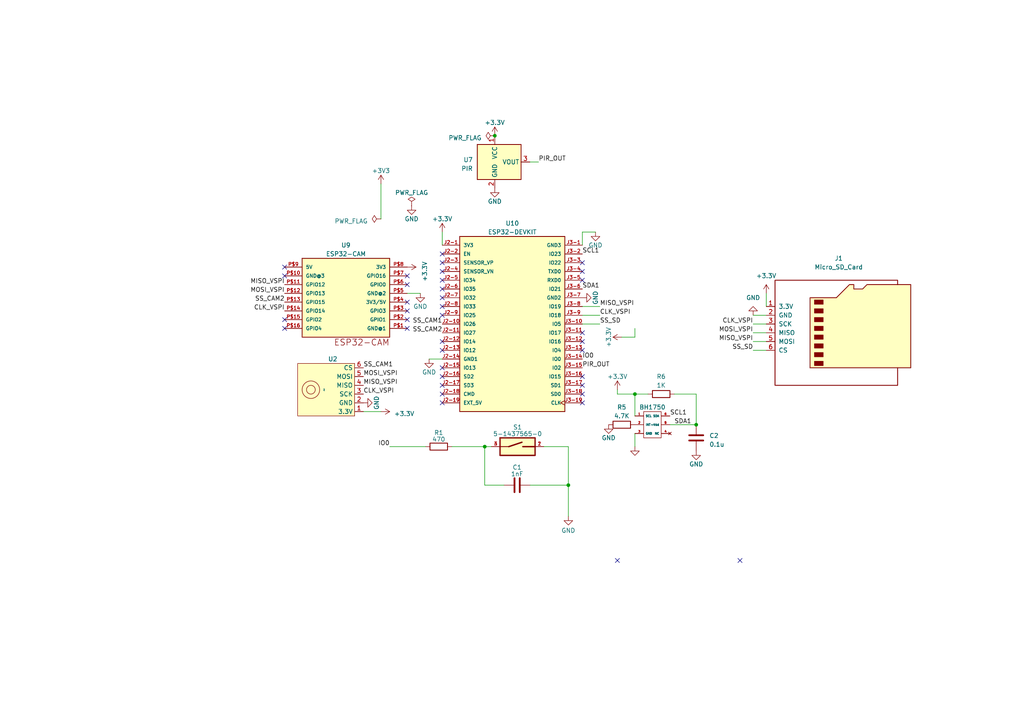
<source format=kicad_sch>
(kicad_sch (version 20230121) (generator eeschema)

  (uuid 92c25ef5-3184-4ec2-8967-ed97e70ea4a2)

  (paper "A4")

  (title_block
    (title "EEE4113F_Group7_Circuit_Design")
    (rev "2")
    (company "University of Cape Town")
    (comment 1 "Siyabonga Nhlapo (NHLSIY008)")
    (comment 2 "Qailah Bhamjee")
    (comment 3 "Michael Keogh")
    (comment 4 "Nene Karingi")
    (comment 5 "Group Members:")
  )

  (lib_symbols
    (symbol "Connector:Micro_SD_Card" (pin_names (offset 1.016)) (in_bom yes) (on_board yes)
      (property "Reference" "J4" (at -0.5715 20.32 0)
        (effects (font (size 1.27 1.27)))
      )
      (property "Value" "Micro_SD_Card" (at -0.5715 17.78 0)
        (effects (font (size 1.27 1.27)))
      )
      (property "Footprint" "" (at 29.21 7.62 0)
        (effects (font (size 1.27 1.27)) hide)
      )
      (property "Datasheet" "" (at 0 0 0)
        (effects (font (size 1.27 1.27)) hide)
      )
      (property "ki_keywords" "connector SD microsd" (at 0 0 0)
        (effects (font (size 1.27 1.27)) hide)
      )
      (property "ki_description" "Micro SD Card Socket" (at 0 0 0)
        (effects (font (size 1.27 1.27)) hide)
      )
      (property "ki_fp_filters" "microSD*" (at 0 0 0)
        (effects (font (size 1.27 1.27)) hide)
      )
      (symbol "Micro_SD_Card_0_1"
        (rectangle (start -7.62 -9.525) (end -5.08 -10.795)
          (stroke (width 0) (type default))
          (fill (type outline))
        )
        (rectangle (start -7.62 -6.985) (end -5.08 -8.255)
          (stroke (width 0) (type default))
          (fill (type outline))
        )
        (rectangle (start -7.62 -4.445) (end -5.08 -5.715)
          (stroke (width 0) (type default))
          (fill (type outline))
        )
        (rectangle (start -7.62 -1.905) (end -5.08 -3.175)
          (stroke (width 0) (type default))
          (fill (type outline))
        )
        (rectangle (start -7.62 0.635) (end -5.08 -0.635)
          (stroke (width 0) (type default))
          (fill (type outline))
        )
        (rectangle (start -7.62 3.175) (end -5.08 1.905)
          (stroke (width 0) (type default))
          (fill (type outline))
        )
        (rectangle (start -7.62 5.715) (end -5.08 4.445)
          (stroke (width 0) (type default))
          (fill (type outline))
        )
        (rectangle (start -7.62 8.255) (end -5.08 6.985)
          (stroke (width 0) (type default))
          (fill (type outline))
        )
        (polyline
          (pts
            (xy 16.51 12.7)
            (xy 16.51 13.97)
            (xy -19.05 13.97)
            (xy -19.05 -16.51)
            (xy 16.51 -16.51)
            (xy 16.51 -11.43)
          )
          (stroke (width 0.254) (type default))
          (fill (type none))
        )
        (polyline
          (pts
            (xy -8.89 -11.43)
            (xy -8.89 8.89)
            (xy -1.27 8.89)
            (xy 2.54 12.7)
            (xy 3.81 12.7)
            (xy 3.81 11.43)
            (xy 6.35 11.43)
            (xy 7.62 12.7)
            (xy 20.32 12.7)
            (xy 20.32 -11.43)
            (xy -8.89 -11.43)
          )
          (stroke (width 0.254) (type default))
          (fill (type background))
        )
      )
      (symbol "Micro_SD_Card_1_1"
        (pin input line (at -21.59 6.35 0) (length 2.54)
          (name "3.3V" (effects (font (size 1.27 1.27))))
          (number "1" (effects (font (size 1.27 1.27))))
        )
        (pin input line (at -21.59 3.81 0) (length 2.54)
          (name "GND" (effects (font (size 1.27 1.27))))
          (number "2" (effects (font (size 1.27 1.27))))
        )
        (pin input line (at -21.59 1.27 0) (length 2.54)
          (name "SCK" (effects (font (size 1.27 1.27))))
          (number "3" (effects (font (size 1.27 1.27))))
        )
        (pin input line (at -21.59 -1.27 0) (length 2.54)
          (name "MISO" (effects (font (size 1.27 1.27))))
          (number "4" (effects (font (size 1.27 1.27))))
        )
        (pin input line (at -21.59 -3.81 0) (length 2.54)
          (name "MOSI" (effects (font (size 1.27 1.27))))
          (number "5" (effects (font (size 1.27 1.27))))
        )
        (pin input line (at -21.59 -6.35 0) (length 2.54)
          (name "CS" (effects (font (size 1.27 1.27))))
          (number "6" (effects (font (size 1.27 1.27))))
        )
      )
    )
    (symbol "Device:C" (pin_numbers hide) (pin_names (offset 0.254)) (in_bom yes) (on_board yes)
      (property "Reference" "C" (at 0.635 2.54 0)
        (effects (font (size 1.27 1.27)) (justify left))
      )
      (property "Value" "C" (at 0.635 -2.54 0)
        (effects (font (size 1.27 1.27)) (justify left))
      )
      (property "Footprint" "" (at 0.9652 -3.81 0)
        (effects (font (size 1.27 1.27)) hide)
      )
      (property "Datasheet" "~" (at 0 0 0)
        (effects (font (size 1.27 1.27)) hide)
      )
      (property "ki_keywords" "cap capacitor" (at 0 0 0)
        (effects (font (size 1.27 1.27)) hide)
      )
      (property "ki_description" "Unpolarized capacitor" (at 0 0 0)
        (effects (font (size 1.27 1.27)) hide)
      )
      (property "ki_fp_filters" "C_*" (at 0 0 0)
        (effects (font (size 1.27 1.27)) hide)
      )
      (symbol "C_0_1"
        (polyline
          (pts
            (xy -2.032 -0.762)
            (xy 2.032 -0.762)
          )
          (stroke (width 0.508) (type default))
          (fill (type none))
        )
        (polyline
          (pts
            (xy -2.032 0.762)
            (xy 2.032 0.762)
          )
          (stroke (width 0.508) (type default))
          (fill (type none))
        )
      )
      (symbol "C_1_1"
        (pin passive line (at 0 3.81 270) (length 2.794)
          (name "~" (effects (font (size 1.27 1.27))))
          (number "1" (effects (font (size 1.27 1.27))))
        )
        (pin passive line (at 0 -3.81 90) (length 2.794)
          (name "~" (effects (font (size 1.27 1.27))))
          (number "2" (effects (font (size 1.27 1.27))))
        )
      )
    )
    (symbol "Device:R" (pin_numbers hide) (pin_names (offset 0)) (in_bom yes) (on_board yes)
      (property "Reference" "R" (at 2.032 0 90)
        (effects (font (size 1.27 1.27)))
      )
      (property "Value" "R" (at 0 0 90)
        (effects (font (size 1.27 1.27)))
      )
      (property "Footprint" "" (at -1.778 0 90)
        (effects (font (size 1.27 1.27)) hide)
      )
      (property "Datasheet" "~" (at 0 0 0)
        (effects (font (size 1.27 1.27)) hide)
      )
      (property "ki_keywords" "R res resistor" (at 0 0 0)
        (effects (font (size 1.27 1.27)) hide)
      )
      (property "ki_description" "Resistor" (at 0 0 0)
        (effects (font (size 1.27 1.27)) hide)
      )
      (property "ki_fp_filters" "R_*" (at 0 0 0)
        (effects (font (size 1.27 1.27)) hide)
      )
      (symbol "R_0_1"
        (rectangle (start -1.016 -2.54) (end 1.016 2.54)
          (stroke (width 0.254) (type default))
          (fill (type none))
        )
      )
      (symbol "R_1_1"
        (pin passive line (at 0 3.81 270) (length 1.27)
          (name "~" (effects (font (size 1.27 1.27))))
          (number "1" (effects (font (size 1.27 1.27))))
        )
        (pin passive line (at 0 -3.81 90) (length 1.27)
          (name "~" (effects (font (size 1.27 1.27))))
          (number "2" (effects (font (size 1.27 1.27))))
        )
      )
    )
    (symbol "ESP32-DEVKITC-32D_1" (pin_names (offset 1.016)) (in_bom yes) (on_board yes)
      (property "Reference" "U10" (at 0 29.21 0)
        (effects (font (size 1.27 1.27)))
      )
      (property "Value" "ESP32-DEVKITC-32D" (at 0 26.67 0)
        (effects (font (size 1.27 1.27)))
      )
      (property "Footprint" "ESP32-DEVKITC-32D:MODULE_ESP32-DEVKITC-32D" (at -1.27 -1.27 0)
        (effects (font (size 0.5 0.5)) (justify bottom) hide)
      )
      (property "Datasheet" "" (at -35.56 -31.75 0)
        (effects (font (size 1.27 1.27)) hide)
      )
      (property "MF" "" (at -35.56 -31.75 0)
        (effects (font (size 1.27 1.27)) (justify bottom) hide)
      )
      (property "MAXIMUM_PACKAGE_HEIGHT" "" (at -35.56 -31.75 0)
        (effects (font (size 1.27 1.27)) (justify bottom) hide)
      )
      (property "Package" "" (at -35.56 -31.75 0)
        (effects (font (size 1.27 1.27)) (justify bottom) hide)
      )
      (property "Price" "" (at -35.56 -31.75 0)
        (effects (font (size 1.27 1.27)) (justify bottom) hide)
      )
      (property "Check_prices" "" (at 1.27 -35.56 0)
        (effects (font (size 1.27 1.27)) (justify bottom) hide)
      )
      (property "STANDARD" "" (at -35.56 -31.75 0)
        (effects (font (size 1.27 1.27)) (justify bottom) hide)
      )
      (property "PARTREV" "" (at -35.56 -31.75 0)
        (effects (font (size 1.27 1.27)) (justify bottom) hide)
      )
      (property "SnapEDA_Link" "" (at 1.27 -35.56 0)
        (effects (font (size 1.27 1.27)) (justify bottom) hide)
      )
      (property "MP" "" (at -35.56 -31.75 0)
        (effects (font (size 1.27 1.27)) (justify bottom) hide)
      )
      (property "Description" "" (at 1.27 -35.56 0)
        (effects (font (size 1.27 1.27)) (justify bottom) hide)
      )
      (property "MANUFACTURER" "" (at -35.56 -31.75 0)
        (effects (font (size 1.27 1.27)) (justify bottom) hide)
      )
      (property "Availability" "" (at -35.56 -31.75 0)
        (effects (font (size 1.27 1.27)) (justify bottom) hide)
      )
      (property "SNAPEDA_PN" "" (at -35.56 -31.75 0)
        (effects (font (size 1.27 1.27)) (justify bottom) hide)
      )
      (symbol "ESP32-DEVKITC-32D_1_0_0"
        (rectangle (start -15.24 25.4) (end 15.24 -25.4)
          (stroke (width 0.254) (type default))
          (fill (type background))
        )
        (pin power_in line (at -20.32 22.86 0) (length 5.08)
          (name "3V3" (effects (font (size 1.016 1.016))))
          (number "J2-1" (effects (font (size 1.016 1.016))))
        )
        (pin bidirectional line (at -20.32 0 0) (length 5.08)
          (name "IO26" (effects (font (size 1.016 1.016))))
          (number "J2-10" (effects (font (size 1.016 1.016))))
        )
        (pin bidirectional line (at -20.32 -2.54 0) (length 5.08)
          (name "IO27" (effects (font (size 1.016 1.016))))
          (number "J2-11" (effects (font (size 1.016 1.016))))
        )
        (pin bidirectional line (at -20.32 -5.08 0) (length 5.08)
          (name "IO14" (effects (font (size 1.016 1.016))))
          (number "J2-12" (effects (font (size 1.016 1.016))))
        )
        (pin bidirectional line (at -20.32 -7.62 0) (length 5.08)
          (name "IO12" (effects (font (size 1.016 1.016))))
          (number "J2-13" (effects (font (size 1.016 1.016))))
        )
        (pin power_in line (at -20.32 -10.16 0) (length 5.08)
          (name "GND1" (effects (font (size 1.016 1.016))))
          (number "J2-14" (effects (font (size 1.016 1.016))))
        )
        (pin bidirectional line (at -20.32 -12.7 0) (length 5.08)
          (name "IO13" (effects (font (size 1.016 1.016))))
          (number "J2-15" (effects (font (size 1.016 1.016))))
        )
        (pin bidirectional line (at -20.32 -15.24 0) (length 5.08)
          (name "SD2" (effects (font (size 1.016 1.016))))
          (number "J2-16" (effects (font (size 1.016 1.016))))
        )
        (pin bidirectional line (at -20.32 -17.78 0) (length 5.08)
          (name "SD3" (effects (font (size 1.016 1.016))))
          (number "J2-17" (effects (font (size 1.016 1.016))))
        )
        (pin bidirectional line (at -20.32 -20.32 0) (length 5.08)
          (name "CMD" (effects (font (size 1.016 1.016))))
          (number "J2-18" (effects (font (size 1.016 1.016))))
        )
        (pin power_in line (at -20.32 -22.86 0) (length 5.08)
          (name "EXT_5V" (effects (font (size 1.016 1.016))))
          (number "J2-19" (effects (font (size 1.016 1.016))))
        )
        (pin input line (at -20.32 20.32 0) (length 5.08)
          (name "EN" (effects (font (size 1.016 1.016))))
          (number "J2-2" (effects (font (size 1.016 1.016))))
        )
        (pin input line (at -20.32 17.78 0) (length 5.08)
          (name "SENSOR_VP" (effects (font (size 1.016 1.016))))
          (number "J2-3" (effects (font (size 1.016 1.016))))
        )
        (pin input line (at -20.32 15.24 0) (length 5.08)
          (name "SENSOR_VN" (effects (font (size 1.016 1.016))))
          (number "J2-4" (effects (font (size 1.016 1.016))))
        )
        (pin bidirectional line (at -20.32 12.7 0) (length 5.08)
          (name "IO34" (effects (font (size 1.016 1.016))))
          (number "J2-5" (effects (font (size 1.016 1.016))))
        )
        (pin bidirectional line (at -20.32 10.16 0) (length 5.08)
          (name "IO35" (effects (font (size 1.016 1.016))))
          (number "J2-6" (effects (font (size 1.016 1.016))))
        )
        (pin bidirectional line (at -20.32 7.62 0) (length 5.08)
          (name "IO32" (effects (font (size 1.016 1.016))))
          (number "J2-7" (effects (font (size 1.016 1.016))))
        )
        (pin bidirectional line (at -20.32 5.08 0) (length 5.08)
          (name "IO33" (effects (font (size 1.016 1.016))))
          (number "J2-8" (effects (font (size 1.016 1.016))))
        )
        (pin bidirectional line (at -20.32 2.54 0) (length 5.08)
          (name "IO25" (effects (font (size 1.016 1.016))))
          (number "J2-9" (effects (font (size 1.016 1.016))))
        )
        (pin power_in line (at 20.32 22.86 180) (length 5.08)
          (name "GND3" (effects (font (size 1.016 1.016))))
          (number "J3-1" (effects (font (size 1.016 1.016))))
        )
        (pin bidirectional line (at 20.32 0 180) (length 5.08)
          (name "IO5" (effects (font (size 1.016 1.016))))
          (number "J3-10" (effects (font (size 1.016 1.016))))
        )
        (pin bidirectional line (at 20.32 -2.54 180) (length 5.08)
          (name "IO17" (effects (font (size 1.016 1.016))))
          (number "J3-11" (effects (font (size 1.016 1.016))))
        )
        (pin bidirectional line (at 20.32 -5.08 180) (length 5.08)
          (name "IO16" (effects (font (size 1.016 1.016))))
          (number "J3-12" (effects (font (size 1.016 1.016))))
        )
        (pin bidirectional line (at 20.32 -7.62 180) (length 5.08)
          (name "IO4" (effects (font (size 1.016 1.016))))
          (number "J3-13" (effects (font (size 1.016 1.016))))
        )
        (pin bidirectional line (at 20.32 -10.16 180) (length 5.08)
          (name "IO0" (effects (font (size 1.016 1.016))))
          (number "J3-14" (effects (font (size 1.016 1.016))))
        )
        (pin bidirectional line (at 20.32 -12.7 180) (length 5.08)
          (name "IO2" (effects (font (size 1.016 1.016))))
          (number "J3-15" (effects (font (size 1.016 1.016))))
        )
        (pin bidirectional line (at 20.32 -15.24 180) (length 5.08)
          (name "IO15" (effects (font (size 1.016 1.016))))
          (number "J3-16" (effects (font (size 1.016 1.016))))
        )
        (pin bidirectional line (at 20.32 -17.78 180) (length 5.08)
          (name "SD1" (effects (font (size 1.016 1.016))))
          (number "J3-17" (effects (font (size 1.016 1.016))))
        )
        (pin bidirectional line (at 20.32 -20.32 180) (length 5.08)
          (name "SD0" (effects (font (size 1.016 1.016))))
          (number "J3-18" (effects (font (size 1.016 1.016))))
        )
        (pin input clock (at 20.32 -22.86 180) (length 5.08)
          (name "CLK" (effects (font (size 1.016 1.016))))
          (number "J3-19" (effects (font (size 1.016 1.016))))
        )
        (pin bidirectional line (at 20.32 20.32 180) (length 5.08)
          (name "IO23" (effects (font (size 1.016 1.016))))
          (number "J3-2" (effects (font (size 1.016 1.016))))
        )
        (pin bidirectional line (at 20.32 17.78 180) (length 5.08)
          (name "IO22" (effects (font (size 1.016 1.016))))
          (number "J3-3" (effects (font (size 1.016 1.016))))
        )
        (pin output line (at 20.32 15.24 180) (length 5.08)
          (name "TXD0" (effects (font (size 1.016 1.016))))
          (number "J3-4" (effects (font (size 1.016 1.016))))
        )
        (pin input line (at 20.32 12.7 180) (length 5.08)
          (name "RXD0" (effects (font (size 1.016 1.016))))
          (number "J3-5" (effects (font (size 1.016 1.016))))
        )
        (pin bidirectional line (at 20.32 10.16 180) (length 5.08)
          (name "IO21" (effects (font (size 1.016 1.016))))
          (number "J3-6" (effects (font (size 1.016 1.016))))
        )
        (pin power_in line (at 20.32 7.62 180) (length 5.08)
          (name "GND2" (effects (font (size 1.016 1.016))))
          (number "J3-7" (effects (font (size 1.016 1.016))))
        )
        (pin bidirectional line (at 20.32 5.08 180) (length 5.08)
          (name "IO19" (effects (font (size 1.016 1.016))))
          (number "J3-8" (effects (font (size 1.016 1.016))))
        )
        (pin bidirectional line (at 20.32 2.54 180) (length 5.08)
          (name "IO18" (effects (font (size 1.016 1.016))))
          (number "J3-9" (effects (font (size 1.016 1.016))))
        )
      )
    )
    (symbol "ESP_Project_Library:Arducam_NoIR_MEGA_SPI" (in_bom yes) (on_board yes)
      (property "Reference" "U" (at 0 1.27 0)
        (effects (font (size 1.27 1.27)))
      )
      (property "Value" "" (at 0 1.27 0)
        (effects (font (size 1.27 1.27)))
      )
      (property "Footprint" "" (at 0 1.27 0)
        (effects (font (size 1.27 1.27)) hide)
      )
      (property "Datasheet" "" (at 0 1.27 0)
        (effects (font (size 1.27 1.27)) hide)
      )
      (symbol "Arducam_NoIR_MEGA_SPI_0_1"
        (rectangle (start -7.62 8.89) (end 7.62 -7.62)
          (stroke (width 0) (type default))
          (fill (type background))
        )
        (circle (center 0 5.08) (radius 1.27)
          (stroke (width 0) (type default))
          (fill (type none))
        )
        (circle (center 0 5.08) (radius 2.54)
          (stroke (width 0) (type default))
          (fill (type none))
        )
      )
      (symbol "Arducam_NoIR_MEGA_SPI_1_1"
        (pin input line (at -6.35 -10.16 90) (length 2.54)
          (name "3.3V" (effects (font (size 1.27 1.27))))
          (number "1" (effects (font (size 1.27 1.27))))
        )
        (pin input line (at -3.81 -10.16 90) (length 2.54)
          (name "GND" (effects (font (size 1.27 1.27))))
          (number "2" (effects (font (size 1.27 1.27))))
        )
        (pin input line (at -1.27 -10.16 90) (length 2.54)
          (name "SCK" (effects (font (size 1.27 1.27))))
          (number "3" (effects (font (size 1.27 1.27))))
        )
        (pin input line (at 1.27 -10.16 90) (length 2.54)
          (name "MISO" (effects (font (size 1.27 1.27))))
          (number "4" (effects (font (size 1.27 1.27))))
        )
        (pin input line (at 3.81 -10.16 90) (length 2.54)
          (name "MOSI" (effects (font (size 1.27 1.27))))
          (number "5" (effects (font (size 1.27 1.27))))
        )
        (pin input line (at 6.35 -10.16 90) (length 2.54)
          (name "CS" (effects (font (size 1.27 1.27))))
          (number "6" (effects (font (size 1.27 1.27))))
        )
      )
    )
    (symbol "ESP_Project_Library:ESP32-CAM" (pin_names (offset 1.016)) (in_bom yes) (on_board yes)
      (property "Reference" "U" (at 0 0 0)
        (effects (font (size 1.27 1.27)) (justify bottom))
      )
      (property "Value" "ESP32-CAM" (at 0 0 0)
        (effects (font (size 1.27 1.27)) (justify bottom))
      )
      (property "Footprint" "" (at 0 0 0)
        (effects (font (size 1.27 1.27)) (justify bottom) hide)
      )
      (property "Datasheet" "" (at 0 0 0)
        (effects (font (size 1.27 1.27)) hide)
      )
      (property "MF" "" (at 0 0 0)
        (effects (font (size 1.27 1.27)) (justify bottom) hide)
      )
      (property "Description" "" (at 0 0 0)
        (effects (font (size 1.27 1.27)) (justify bottom) hide)
      )
      (property "Package" "" (at 0 0 0)
        (effects (font (size 1.27 1.27)) (justify bottom) hide)
      )
      (property "Price" "" (at 0 0 0)
        (effects (font (size 1.27 1.27)) (justify bottom) hide)
      )
      (property "SnapEDA_Link" "" (at 0 0 0)
        (effects (font (size 1.27 1.27)) (justify bottom) hide)
      )
      (property "MP" "ESP32-CAM" (at 0 0 0)
        (effects (font (size 1.27 1.27)) (justify bottom) hide)
      )
      (property "Availability" "" (at 0 0 0)
        (effects (font (size 1.27 1.27)) (justify bottom) hide)
      )
      (property "Check_prices" "" (at 0 0 0)
        (effects (font (size 1.27 1.27)) (justify bottom) hide)
      )
      (symbol "ESP32-CAM_0_0"
        (rectangle (start -12.7 -10.16) (end 12.7 12.7)
          (stroke (width 0.254) (type default))
          (fill (type background))
        )
        (text "ESP32-CAM" (at -12.7 15.24 0)
          (effects (font (size 1.778 1.778)) (justify left bottom))
        )
        (pin bidirectional line (at -17.78 10.16 0) (length 5.08)
          (name "GND@1" (effects (font (size 1.016 1.016))))
          (number "P$1" (effects (font (size 1.016 1.016))))
        )
        (pin bidirectional line (at 17.78 -5.08 180) (length 5.08)
          (name "GND@3" (effects (font (size 1.016 1.016))))
          (number "P$10" (effects (font (size 1.016 1.016))))
        )
        (pin bidirectional line (at 17.78 -2.54 180) (length 5.08)
          (name "GPIO12" (effects (font (size 1.016 1.016))))
          (number "P$11" (effects (font (size 1.016 1.016))))
        )
        (pin bidirectional line (at 17.78 0 180) (length 5.08)
          (name "GPIO13" (effects (font (size 1.016 1.016))))
          (number "P$12" (effects (font (size 1.016 1.016))))
        )
        (pin bidirectional line (at 17.78 2.54 180) (length 5.08)
          (name "GPIO15" (effects (font (size 1.016 1.016))))
          (number "P$13" (effects (font (size 1.016 1.016))))
        )
        (pin bidirectional line (at 17.78 5.08 180) (length 5.08)
          (name "GPIO14" (effects (font (size 1.016 1.016))))
          (number "P$14" (effects (font (size 1.016 1.016))))
        )
        (pin bidirectional line (at 17.78 7.62 180) (length 5.08)
          (name "GPIO2" (effects (font (size 1.016 1.016))))
          (number "P$15" (effects (font (size 1.016 1.016))))
        )
        (pin bidirectional line (at 17.78 10.16 180) (length 5.08)
          (name "GPIO4" (effects (font (size 1.016 1.016))))
          (number "P$16" (effects (font (size 1.016 1.016))))
        )
        (pin bidirectional line (at -17.78 7.62 0) (length 5.08)
          (name "GPIO1" (effects (font (size 1.016 1.016))))
          (number "P$2" (effects (font (size 1.016 1.016))))
        )
        (pin bidirectional line (at -17.78 5.08 0) (length 5.08)
          (name "GPIO3" (effects (font (size 1.016 1.016))))
          (number "P$3" (effects (font (size 1.016 1.016))))
        )
        (pin bidirectional line (at -17.78 2.54 0) (length 5.08)
          (name "3V3/5V" (effects (font (size 1.016 1.016))))
          (number "P$4" (effects (font (size 1.016 1.016))))
        )
        (pin bidirectional line (at -17.78 0 0) (length 5.08)
          (name "GND@2" (effects (font (size 1.016 1.016))))
          (number "P$5" (effects (font (size 1.016 1.016))))
        )
        (pin bidirectional line (at -17.78 -2.54 0) (length 5.08)
          (name "GPIO0" (effects (font (size 1.016 1.016))))
          (number "P$6" (effects (font (size 1.016 1.016))))
        )
        (pin bidirectional line (at -17.78 -5.08 0) (length 5.08)
          (name "GPIO16" (effects (font (size 1.016 1.016))))
          (number "P$7" (effects (font (size 1.016 1.016))))
        )
        (pin bidirectional line (at -17.78 -7.62 0) (length 5.08)
          (name "3V3" (effects (font (size 1.016 1.016))))
          (number "P$8" (effects (font (size 1.016 1.016))))
        )
        (pin bidirectional line (at 17.78 -7.62 180) (length 5.08)
          (name "5V" (effects (font (size 1.016 1.016))))
          (number "P$9" (effects (font (size 1.016 1.016))))
        )
      )
    )
    (symbol "ESP_Project_Library:TSL2591" (in_bom yes) (on_board yes)
      (property "Reference" "U" (at 0 5.08 0)
        (effects (font (size 1.27 1.27)))
      )
      (property "Value" "" (at 0 0 0)
        (effects (font (size 1.27 1.27)))
      )
      (property "Footprint" "" (at 0 0 0)
        (effects (font (size 1.27 1.27)) hide)
      )
      (property "Datasheet" "" (at 0 0 0)
        (effects (font (size 1.27 1.27)) hide)
      )
      (symbol "TSL2591_0_1"
        (rectangle (start -2.54 3.81) (end 2.54 -3.81)
          (stroke (width 0) (type default))
          (fill (type none))
        )
        (rectangle (start 2.54 0) (end 2.54 0)
          (stroke (width 0) (type default))
          (fill (type none))
        )
      )
      (symbol "TSL2591_1_1"
        (pin input line (at -5.08 2.54 0) (length 2.54)
          (name "SCL" (effects (font (size 0.6 0.6))))
          (number "1" (effects (font (size 0.6 0.6))))
        )
        (pin output line (at -5.08 0 0) (length 2.54)
          (name "INT" (effects (font (size 0.6 0.6))))
          (number "2" (effects (font (size 0.6 0.6))))
        )
        (pin input line (at -5.08 -2.54 0) (length 2.54)
          (name "GND" (effects (font (size 0.6 0.6))))
          (number "3" (effects (font (size 0.6 0.6))))
        )
        (pin no_connect line (at 5.08 -2.54 180) (length 2.54)
          (name "NC" (effects (font (size 0.6 0.6))))
          (number "4" (effects (font (size 0.6 0.6))))
        )
        (pin input line (at 5.08 0 180) (length 2.54)
          (name "Vdd" (effects (font (size 0.6 0.6))))
          (number "5" (effects (font (size 0.6 0.6))))
        )
        (pin bidirectional line (at 5.08 2.54 180) (length 2.54)
          (name "SDA" (effects (font (size 0.6 0.6))))
          (number "6" (effects (font (size 0.6 0.6))))
        )
      )
    )
    (symbol "Push Button 5-1437565-0:5-1437565-0" (pin_names (offset 1.016)) (in_bom yes) (on_board yes)
      (property "Reference" "S" (at -5.0846 3.305 0)
        (effects (font (size 1.27 1.27)) (justify left bottom))
      )
      (property "Value" "5-1437565-0" (at -5.0815 -4.8275 0)
        (effects (font (size 1.27 1.27)) (justify left bottom))
      )
      (property "Footprint" "SW_5-1437565-0" (at 0 0 0)
        (effects (font (size 1.27 1.27)) (justify bottom) hide)
      )
      (property "Datasheet" "" (at 0 0 0)
        (effects (font (size 1.27 1.27)) hide)
      )
      (property "Comment" "5-1437565-0" (at 0 0 0)
        (effects (font (size 1.27 1.27)) (justify bottom) hide)
      )
      (symbol "5-1437565-0_0_0"
        (rectangle (start -5.08 -2.54) (end 5.08 2.54)
          (stroke (width 0.4064) (type default))
          (fill (type background))
        )
        (polyline
          (pts
            (xy -5.08 0)
            (xy -2.54 0)
          )
          (stroke (width 0.254) (type default))
          (fill (type none))
        )
        (polyline
          (pts
            (xy -2.54 0)
            (xy 1.27 1.27)
          )
          (stroke (width 0.4064) (type default))
          (fill (type none))
        )
        (polyline
          (pts
            (xy 1.524 0)
            (xy 5.08 0)
          )
          (stroke (width 0.4064) (type default))
          (fill (type none))
        )
        (pin passive line (at 7.62 0 180) (length 2.54)
          (name "~" (effects (font (size 1.016 1.016))))
          (number "1" (effects (font (size 1.016 1.016))))
        )
        (pin passive line (at 7.62 0 180) (length 2.54)
          (name "~" (effects (font (size 1.016 1.016))))
          (number "2" (effects (font (size 1.016 1.016))))
        )
        (pin passive line (at -7.62 0 0) (length 2.54)
          (name "~" (effects (font (size 1.016 1.016))))
          (number "3" (effects (font (size 1.016 1.016))))
        )
        (pin passive line (at -7.62 0 0) (length 2.54)
          (name "~" (effects (font (size 1.016 1.016))))
          (number "4" (effects (font (size 1.016 1.016))))
        )
      )
    )
    (symbol "Sensor_Current:A1369xUA-24" (in_bom yes) (on_board yes)
      (property "Reference" "U" (at 8.89 6.35 0)
        (effects (font (size 1.27 1.27)) (justify left))
      )
      (property "Value" "A1369xUA-24" (at 8.89 3.81 0)
        (effects (font (size 1.27 1.27)) (justify left))
      )
      (property "Footprint" "Sensor_Current:Allegro_SIP-3" (at 8.89 -2.54 0)
        (effects (font (size 1.27 1.27) italic) (justify left) hide)
      )
      (property "Datasheet" "http://www.allegromicro.com/~/media/Files/Datasheets/A1369-Datasheet.ashx?la=en" (at 0 0 0)
        (effects (font (size 1.27 1.27)) hide)
      )
      (property "ki_keywords" "hall effect current monitor sensor isolated" (at 0 0 0)
        (effects (font (size 1.27 1.27)) hide)
      )
      (property "ki_description" "Programmable Linear Hall Effect Sensor, -22 to -26mV/G, SIP-3" (at 0 0 0)
        (effects (font (size 1.27 1.27)) hide)
      )
      (property "ki_fp_filters" "Allegro*SIP*" (at 0 0 0)
        (effects (font (size 1.27 1.27)) hide)
      )
      (symbol "A1369xUA-24_0_1"
        (rectangle (start -5.08 5.08) (end 7.62 -5.08)
          (stroke (width 0.254) (type default))
          (fill (type background))
        )
      )
      (symbol "A1369xUA-24_1_1"
        (pin power_in line (at 0 7.62 270) (length 2.54)
          (name "VCC" (effects (font (size 1.27 1.27))))
          (number "1" (effects (font (size 1.27 1.27))))
        )
        (pin power_in line (at 0 -7.62 90) (length 2.54)
          (name "GND" (effects (font (size 1.27 1.27))))
          (number "2" (effects (font (size 1.27 1.27))))
        )
        (pin output line (at 10.16 0 180) (length 2.54)
          (name "VOUT" (effects (font (size 1.27 1.27))))
          (number "3" (effects (font (size 1.27 1.27))))
        )
      )
    )
    (symbol "power:+3.3V" (power) (pin_names (offset 0)) (in_bom yes) (on_board yes)
      (property "Reference" "#PWR" (at 0 -3.81 0)
        (effects (font (size 1.27 1.27)) hide)
      )
      (property "Value" "+3.3V" (at 0 3.556 0)
        (effects (font (size 1.27 1.27)))
      )
      (property "Footprint" "" (at 0 0 0)
        (effects (font (size 1.27 1.27)) hide)
      )
      (property "Datasheet" "" (at 0 0 0)
        (effects (font (size 1.27 1.27)) hide)
      )
      (property "ki_keywords" "global power" (at 0 0 0)
        (effects (font (size 1.27 1.27)) hide)
      )
      (property "ki_description" "Power symbol creates a global label with name \"+3.3V\"" (at 0 0 0)
        (effects (font (size 1.27 1.27)) hide)
      )
      (symbol "+3.3V_0_1"
        (polyline
          (pts
            (xy -0.762 1.27)
            (xy 0 2.54)
          )
          (stroke (width 0) (type default))
          (fill (type none))
        )
        (polyline
          (pts
            (xy 0 0)
            (xy 0 2.54)
          )
          (stroke (width 0) (type default))
          (fill (type none))
        )
        (polyline
          (pts
            (xy 0 2.54)
            (xy 0.762 1.27)
          )
          (stroke (width 0) (type default))
          (fill (type none))
        )
      )
      (symbol "+3.3V_1_1"
        (pin power_in line (at 0 0 90) (length 0) hide
          (name "+3.3V" (effects (font (size 1.27 1.27))))
          (number "1" (effects (font (size 1.27 1.27))))
        )
      )
    )
    (symbol "power:+3V3" (power) (pin_names (offset 0)) (in_bom yes) (on_board yes)
      (property "Reference" "#PWR" (at 0 -3.81 0)
        (effects (font (size 1.27 1.27)) hide)
      )
      (property "Value" "+3V3" (at 0 3.556 0)
        (effects (font (size 1.27 1.27)))
      )
      (property "Footprint" "" (at 0 0 0)
        (effects (font (size 1.27 1.27)) hide)
      )
      (property "Datasheet" "" (at 0 0 0)
        (effects (font (size 1.27 1.27)) hide)
      )
      (property "ki_keywords" "global power" (at 0 0 0)
        (effects (font (size 1.27 1.27)) hide)
      )
      (property "ki_description" "Power symbol creates a global label with name \"+3V3\"" (at 0 0 0)
        (effects (font (size 1.27 1.27)) hide)
      )
      (symbol "+3V3_0_1"
        (polyline
          (pts
            (xy -0.762 1.27)
            (xy 0 2.54)
          )
          (stroke (width 0) (type default))
          (fill (type none))
        )
        (polyline
          (pts
            (xy 0 0)
            (xy 0 2.54)
          )
          (stroke (width 0) (type default))
          (fill (type none))
        )
        (polyline
          (pts
            (xy 0 2.54)
            (xy 0.762 1.27)
          )
          (stroke (width 0) (type default))
          (fill (type none))
        )
      )
      (symbol "+3V3_1_1"
        (pin power_in line (at 0 0 90) (length 0) hide
          (name "+3V3" (effects (font (size 1.27 1.27))))
          (number "1" (effects (font (size 1.27 1.27))))
        )
      )
    )
    (symbol "power:GND" (power) (pin_names (offset 0)) (in_bom yes) (on_board yes)
      (property "Reference" "#PWR" (at 0 -6.35 0)
        (effects (font (size 1.27 1.27)) hide)
      )
      (property "Value" "GND" (at 0 -3.81 0)
        (effects (font (size 1.27 1.27)))
      )
      (property "Footprint" "" (at 0 0 0)
        (effects (font (size 1.27 1.27)) hide)
      )
      (property "Datasheet" "" (at 0 0 0)
        (effects (font (size 1.27 1.27)) hide)
      )
      (property "ki_keywords" "global power" (at 0 0 0)
        (effects (font (size 1.27 1.27)) hide)
      )
      (property "ki_description" "Power symbol creates a global label with name \"GND\" , ground" (at 0 0 0)
        (effects (font (size 1.27 1.27)) hide)
      )
      (symbol "GND_0_1"
        (polyline
          (pts
            (xy 0 0)
            (xy 0 -1.27)
            (xy 1.27 -1.27)
            (xy 0 -2.54)
            (xy -1.27 -1.27)
            (xy 0 -1.27)
          )
          (stroke (width 0) (type default))
          (fill (type none))
        )
      )
      (symbol "GND_1_1"
        (pin power_in line (at 0 0 270) (length 0) hide
          (name "GND" (effects (font (size 1.27 1.27))))
          (number "1" (effects (font (size 1.27 1.27))))
        )
      )
    )
    (symbol "power:PWR_FLAG" (power) (pin_numbers hide) (pin_names (offset 0) hide) (in_bom yes) (on_board yes)
      (property "Reference" "#FLG" (at 0 1.905 0)
        (effects (font (size 1.27 1.27)) hide)
      )
      (property "Value" "PWR_FLAG" (at 0 3.81 0)
        (effects (font (size 1.27 1.27)))
      )
      (property "Footprint" "" (at 0 0 0)
        (effects (font (size 1.27 1.27)) hide)
      )
      (property "Datasheet" "~" (at 0 0 0)
        (effects (font (size 1.27 1.27)) hide)
      )
      (property "ki_keywords" "flag power" (at 0 0 0)
        (effects (font (size 1.27 1.27)) hide)
      )
      (property "ki_description" "Special symbol for telling ERC where power comes from" (at 0 0 0)
        (effects (font (size 1.27 1.27)) hide)
      )
      (symbol "PWR_FLAG_0_0"
        (pin power_out line (at 0 0 90) (length 0)
          (name "pwr" (effects (font (size 1.27 1.27))))
          (number "1" (effects (font (size 1.27 1.27))))
        )
      )
      (symbol "PWR_FLAG_0_1"
        (polyline
          (pts
            (xy 0 0)
            (xy 0 1.27)
            (xy -1.016 1.905)
            (xy 0 2.54)
            (xy 1.016 1.905)
            (xy 0 1.27)
          )
          (stroke (width 0) (type default))
          (fill (type none))
        )
      )
    )
  )


  (junction (at 184.15 114.3) (diameter 0) (color 0 0 0 0)
    (uuid 2e9324cf-f347-46fc-87ae-f11cb38080aa)
  )
  (junction (at 201.93 123.19) (diameter 0) (color 0 0 0 0)
    (uuid 47ad16b8-dfad-4827-87a3-5b027fb61918)
  )
  (junction (at 143.51 39.37) (diameter 0) (color 0 0 0 0)
    (uuid 7eefe4e3-ec64-44fc-8019-b63cf0312090)
  )
  (junction (at 164.846 140.716) (diameter 0) (color 0 0 0 0)
    (uuid 8b0f1b2b-c377-4854-b9ca-4a0a857d3369)
  )
  (junction (at 140.589 129.54) (diameter 0) (color 0 0 0 0)
    (uuid 97285c63-6c25-42d9-8511-c29b57ff6425)
  )

  (no_connect (at 179.07 162.56) (uuid 01f5e581-cb56-4aa3-ac26-a9682befca41))
  (no_connect (at 128.27 91.44) (uuid 038ad640-ca1e-4348-b03f-7db4ed7f4c32))
  (no_connect (at 168.91 114.3) (uuid 03a2f583-2822-4275-b630-a95fb971a302))
  (no_connect (at 128.27 81.28) (uuid 0bf1abbc-5c63-4975-b4ba-e5f73d40657e))
  (no_connect (at 82.55 77.47) (uuid 18203b4b-4273-4bae-84da-92728e93d584))
  (no_connect (at 118.11 82.55) (uuid 19b4eb12-7799-41ac-ae88-ff499664ca97))
  (no_connect (at 128.27 106.68) (uuid 1e7b8712-32b2-44fa-8e4d-ecdfeb6cd7ef))
  (no_connect (at 168.91 111.76) (uuid 21d018d3-6e46-4b4c-a52e-8e23ff4f32df))
  (no_connect (at 128.27 88.9) (uuid 37886637-4a61-44a0-8ac0-ba837cb306b3))
  (no_connect (at 118.11 95.25) (uuid 3bc727d6-7114-4067-813e-97c52dbf667c))
  (no_connect (at 168.91 101.6) (uuid 419063a2-8174-428f-9cc8-7b8485980937))
  (no_connect (at 118.11 80.01) (uuid 4a48a492-4ae6-495c-8eb0-18e60cbdfbf3))
  (no_connect (at 168.91 78.74) (uuid 592d5648-ba9b-48d1-a6b2-d082106a4f98))
  (no_connect (at 118.11 90.17) (uuid 59ad1d5d-e324-42b2-9d21-ed6f6d3ef16d))
  (no_connect (at 128.27 99.06) (uuid 61e5d48d-97d3-4954-b227-d6cc5fb5e91e))
  (no_connect (at 168.91 99.06) (uuid 61effc50-728a-4a05-9ba2-9dbd1cfde63a))
  (no_connect (at 168.91 96.52) (uuid 645cc551-f394-40a0-a699-9e8c706a202d))
  (no_connect (at 118.11 92.71) (uuid 6756aaf6-9018-41e6-bf18-e9833e0ecb68))
  (no_connect (at 168.91 76.2) (uuid 67e66f3e-9ac3-4154-89fa-de1e6203308c))
  (no_connect (at 128.27 78.74) (uuid 6bda8da5-0971-4b44-b276-f9268e3d316c))
  (no_connect (at 168.91 116.84) (uuid 6fe3d355-a065-417d-a2d1-be803c2b8195))
  (no_connect (at 128.27 83.82) (uuid 75fc1cad-164e-40df-84fb-3459035b2077))
  (no_connect (at 82.55 80.01) (uuid 782f83dc-6816-475c-a214-77d56d36b810))
  (no_connect (at 118.11 87.63) (uuid 7d8baa37-575e-43a0-bbb3-de03d61fd554))
  (no_connect (at 128.27 73.66) (uuid 7fc13af2-7cc2-42e4-a873-111f28203247))
  (no_connect (at 128.27 114.3) (uuid 83aeda95-11b1-4471-bbf2-1a124d564ff0))
  (no_connect (at 128.27 109.22) (uuid 8cde6b98-3d37-4062-9a27-dd75596bb6de))
  (no_connect (at 128.27 116.84) (uuid 9153f9fa-5e67-42af-8d1e-721584f0fcd3))
  (no_connect (at 128.27 111.76) (uuid 91ced57b-86ad-442a-bd3c-a715353adbdf))
  (no_connect (at 128.27 86.36) (uuid 9362c434-3334-400b-9cc1-ae80755ef1a9))
  (no_connect (at 168.91 109.22) (uuid 974e445c-6a43-4256-a636-25dd309ac504))
  (no_connect (at 82.55 95.25) (uuid 9f4708e6-225b-4b34-b913-23d35b29fb8b))
  (no_connect (at 128.27 76.2) (uuid b841972f-5de9-4be4-8ff7-0b5d2a1a614e))
  (no_connect (at 214.63 162.56) (uuid c46d85c4-7fd6-4a1a-b1e4-da1a4615bca5))
  (no_connect (at 82.55 92.71) (uuid d99c7749-d6ec-4700-931d-ab831290c252))
  (no_connect (at 128.27 101.6) (uuid f5fd8439-d16a-4781-9952-7255aa23966c))
  (no_connect (at 168.91 81.28) (uuid fb273b32-09fb-4485-9dd7-ceb9d65774c3))

  (wire (pts (xy 173.99 93.98) (xy 168.91 93.98))
    (stroke (width 0) (type default))
    (uuid 0d577cb4-b20d-4192-8bc2-77a25e75ca33)
  )
  (wire (pts (xy 180.34 97.79) (xy 184.15 97.79))
    (stroke (width 0) (type default))
    (uuid 10259d87-3586-45c5-a3bf-e3915f479846)
  )
  (wire (pts (xy 184.15 125.73) (xy 184.15 129.54))
    (stroke (width 0) (type default))
    (uuid 19821f3b-8a33-4867-8b21-7333e7892682)
  )
  (wire (pts (xy 179.07 113.03) (xy 179.07 114.3))
    (stroke (width 0) (type default))
    (uuid 21e2808b-9dc3-4129-b983-58956a57e712)
  )
  (wire (pts (xy 184.15 114.3) (xy 187.96 114.3))
    (stroke (width 0) (type default))
    (uuid 246078ae-735d-41f6-abb5-b471ae140ec3)
  )
  (wire (pts (xy 173.99 88.9) (xy 168.91 88.9))
    (stroke (width 0) (type default))
    (uuid 28d0210e-1e64-44db-a255-295f5e9ada22)
  )
  (wire (pts (xy 222.25 93.98) (xy 218.44 93.98))
    (stroke (width 0) (type default))
    (uuid 2cd2d4be-3915-43ec-88c8-5ed91a77de9d)
  )
  (wire (pts (xy 146.177 140.716) (xy 140.589 140.716))
    (stroke (width 0) (type default))
    (uuid 2fab4e61-6564-4a6b-888f-fa36ec3e6797)
  )
  (wire (pts (xy 153.797 140.716) (xy 164.846 140.716))
    (stroke (width 0) (type default))
    (uuid 37124bc1-6ab8-4c0f-bb6f-a2aadd0dcb2c)
  )
  (wire (pts (xy 157.734 129.54) (xy 164.846 129.54))
    (stroke (width 0) (type default))
    (uuid 462095d8-7dfe-48b1-9248-398d28cbd1b3)
  )
  (wire (pts (xy 153.67 46.99) (xy 156.21 46.99))
    (stroke (width 0) (type default))
    (uuid 57697e0b-f9be-4797-8bae-e7cf9d8812f6)
  )
  (wire (pts (xy 140.589 129.54) (xy 142.494 129.54))
    (stroke (width 0) (type default))
    (uuid 58c909b4-a8c2-4bdb-b20a-29f9b8bf8344)
  )
  (wire (pts (xy 168.91 71.12) (xy 168.91 67.31))
    (stroke (width 0) (type default))
    (uuid 5e03f5e7-7114-4449-9f52-7fa18b811737)
  )
  (wire (pts (xy 201.93 123.19) (xy 201.93 114.3))
    (stroke (width 0) (type default))
    (uuid 70dc6137-de86-42ce-b2ff-b03cfcd56821)
  )
  (wire (pts (xy 222.25 88.9) (xy 222.25 85.09))
    (stroke (width 0) (type default))
    (uuid 75879970-2426-47dd-87ac-d58a5fd21f52)
  )
  (wire (pts (xy 184.15 114.3) (xy 179.07 114.3))
    (stroke (width 0) (type default))
    (uuid 7e286849-1379-4659-8adc-481092a02ea9)
  )
  (wire (pts (xy 140.589 140.716) (xy 140.589 129.54))
    (stroke (width 0) (type default))
    (uuid 851909a2-076b-48ca-9a75-86d6ae4d846a)
  )
  (wire (pts (xy 168.91 67.31) (xy 172.72 67.31))
    (stroke (width 0) (type default))
    (uuid 8e440b29-a089-416d-8dda-8e4c83103d3a)
  )
  (wire (pts (xy 173.99 91.44) (xy 168.91 91.44))
    (stroke (width 0) (type default))
    (uuid 97909960-ed02-4923-96ac-40ee0fec1588)
  )
  (wire (pts (xy 164.846 129.54) (xy 164.846 140.716))
    (stroke (width 0) (type default))
    (uuid 9bf25647-df66-49d9-b880-688c72bb7ac9)
  )
  (wire (pts (xy 128.27 67.31) (xy 128.27 71.12))
    (stroke (width 0) (type default))
    (uuid a025b793-e2e7-4cb6-8d17-611847441e79)
  )
  (wire (pts (xy 184.15 120.65) (xy 184.15 114.3))
    (stroke (width 0) (type default))
    (uuid a3a8221b-facf-4543-85e8-df0935d1e195)
  )
  (wire (pts (xy 124.46 104.14) (xy 128.27 104.14))
    (stroke (width 0) (type default))
    (uuid a4263074-eb53-47da-a396-ddf4656537e2)
  )
  (wire (pts (xy 222.25 99.06) (xy 218.44 99.06))
    (stroke (width 0) (type default))
    (uuid a5ee69d1-fffa-4d21-bd1c-c86d0a39657e)
  )
  (wire (pts (xy 131.064 129.54) (xy 140.589 129.54))
    (stroke (width 0) (type default))
    (uuid a75cd88f-9801-4826-8f40-76a93c2d1f5b)
  )
  (wire (pts (xy 194.31 123.19) (xy 201.93 123.19))
    (stroke (width 0) (type default))
    (uuid b03884e4-c5cb-4abf-891b-00615962502c)
  )
  (wire (pts (xy 222.25 91.44) (xy 218.44 91.44))
    (stroke (width 0) (type default))
    (uuid b8cc03b7-4ca8-4380-bac7-2e755c6679ce)
  )
  (wire (pts (xy 118.11 85.09) (xy 121.92 85.09))
    (stroke (width 0) (type default))
    (uuid cb382a89-bf4e-4777-9a96-f9b92895069b)
  )
  (wire (pts (xy 113.03 129.54) (xy 123.444 129.54))
    (stroke (width 0) (type default))
    (uuid ceab0d1a-fa04-4f93-a9ee-72503e5ce17c)
  )
  (wire (pts (xy 184.15 97.79) (xy 184.15 95.25))
    (stroke (width 0) (type default))
    (uuid d05564d6-b326-4ce1-a605-bba9b0a11f6b)
  )
  (wire (pts (xy 222.25 96.52) (xy 218.44 96.52))
    (stroke (width 0) (type default))
    (uuid d620ea08-1798-44dc-9505-752f3ec763aa)
  )
  (wire (pts (xy 105.41 119.38) (xy 110.49 119.38))
    (stroke (width 0) (type default))
    (uuid d62fec1d-4593-447f-82d1-953fc645991b)
  )
  (wire (pts (xy 222.25 101.6) (xy 218.44 101.6))
    (stroke (width 0) (type default))
    (uuid ddfb14f0-7c9e-43b0-b45d-1a0fd767526a)
  )
  (wire (pts (xy 110.49 53.34) (xy 110.49 63.5))
    (stroke (width 0) (type default))
    (uuid e8427061-7ab9-434c-8cc4-89d6b3c58207)
  )
  (wire (pts (xy 195.58 114.3) (xy 201.93 114.3))
    (stroke (width 0) (type default))
    (uuid f116c7a6-b33b-4fdb-a046-754e32eb14e3)
  )
  (wire (pts (xy 164.846 140.716) (xy 164.846 149.733))
    (stroke (width 0) (type default))
    (uuid fb950bf1-4fa9-43cb-97ff-716f67311d95)
  )

  (label "MOSI_VSPI" (at 218.44 96.52 180) (fields_autoplaced)
    (effects (font (size 1.27 1.27)) (justify right bottom))
    (uuid 035cece9-835f-44d7-8041-c940cef560b0)
  )
  (label "SS_CAM2" (at 82.55 87.63 180) (fields_autoplaced)
    (effects (font (size 1.27 1.27)) (justify right bottom))
    (uuid 12fc8f70-9821-48bc-997e-bba116a06294)
  )
  (label "MISO_VSPI" (at 105.41 111.76 0) (fields_autoplaced)
    (effects (font (size 1.27 1.27)) (justify left bottom))
    (uuid 1416e1e7-912c-4a6f-8c8a-b0937dc70c77)
  )
  (label "MOSI_VSPI" (at 82.55 85.09 180) (fields_autoplaced)
    (effects (font (size 1.27 1.27)) (justify right bottom))
    (uuid 1c375ee4-3e52-4cb1-a927-b7b238e72d47)
  )
  (label "CLK_VSPI" (at 82.55 90.17 180) (fields_autoplaced)
    (effects (font (size 1.27 1.27)) (justify right bottom))
    (uuid 420e936b-264e-4185-94e5-22fcdc9769b2)
  )
  (label "SDA1" (at 168.91 83.82 0) (fields_autoplaced)
    (effects (font (size 1.27 1.27)) (justify left bottom))
    (uuid 45dcf20d-4056-47a3-9d8d-6afb506d405c)
  )
  (label "PIR_OUT" (at 168.91 106.68 0) (fields_autoplaced)
    (effects (font (size 1.27 1.27)) (justify left bottom))
    (uuid 59e17275-0c4a-4c12-a9e2-b26e4410edcd)
  )
  (label "SCL1" (at 194.31 120.65 0) (fields_autoplaced)
    (effects (font (size 1.27 1.27)) (justify left bottom))
    (uuid 5bdb842d-9ffa-4d31-b0d3-d8d34376b904)
  )
  (label "MOSI_VSPI" (at 105.41 109.22 0) (fields_autoplaced)
    (effects (font (size 1.27 1.27)) (justify left bottom))
    (uuid 679a4f2a-7361-47b0-9d6c-779af52cf69c)
  )
  (label "SS_CAM2" (at 128.27 96.52 180) (fields_autoplaced)
    (effects (font (size 1.27 1.27)) (justify right bottom))
    (uuid 69de9b31-e1da-4fcd-9ad7-6f9c16c0f5cf)
  )
  (label "CLK_VSPI" (at 218.44 93.98 180) (fields_autoplaced)
    (effects (font (size 1.27 1.27)) (justify right bottom))
    (uuid 6f8dfa06-2f3f-4b48-a582-f025cc6d137b)
  )
  (label "MISO_VSPI" (at 173.99 88.9 0) (fields_autoplaced)
    (effects (font (size 1.27 1.27)) (justify left bottom))
    (uuid 7077e4dc-2fd4-4b53-9c91-c119297980bc)
  )
  (label "SS_CAM1" (at 105.41 106.68 0) (fields_autoplaced)
    (effects (font (size 1.27 1.27)) (justify left bottom))
    (uuid 7577c9fd-36a2-4068-9d2a-feaad83d4b5b)
  )
  (label "SS_CAM1" (at 128.27 93.98 180) (fields_autoplaced)
    (effects (font (size 1.27 1.27)) (justify right bottom))
    (uuid 7c4e5d39-ca93-4288-b6a8-1fcc2682dff6)
  )
  (label "IO0" (at 113.03 129.54 180) (fields_autoplaced)
    (effects (font (size 1.27 1.27)) (justify right bottom))
    (uuid 87a3824c-2aaf-438c-bd36-9e59ede1d087)
    (property "Intersheetrefs" "${INTERSHEET_REFS}" (at 106.9794 129.54 0)
      (effects (font (size 1.27 1.27)) (justify right) hide)
    )
  )
  (label "MISO_VSPI" (at 218.44 99.06 180) (fields_autoplaced)
    (effects (font (size 1.27 1.27)) (justify right bottom))
    (uuid 9a5e5762-6ada-469d-80b4-2b43ad8762c6)
  )
  (label "SDA1" (at 195.58 123.19 0) (fields_autoplaced)
    (effects (font (size 1.27 1.27)) (justify left bottom))
    (uuid ac8c9f49-51f4-4e0a-b2a9-2d3ac6a5063a)
  )
  (label "CLK_VSPI" (at 105.41 114.3 0) (fields_autoplaced)
    (effects (font (size 1.27 1.27)) (justify left bottom))
    (uuid ad44ebea-bc7f-4a4e-9399-516c284a2211)
  )
  (label "SS_SD" (at 218.44 101.6 180) (fields_autoplaced)
    (effects (font (size 1.27 1.27)) (justify right bottom))
    (uuid af1a2a93-f1e4-4aa0-b199-b61d8a9a9821)
  )
  (label "IO0" (at 168.91 104.14 0) (fields_autoplaced)
    (effects (font (size 1.27 1.27)) (justify left bottom))
    (uuid b2f1b851-c4e6-42d3-a775-6469b55ffdae)
    (property "Intersheetrefs" "${INTERSHEET_REFS}" (at 172.8964 104.14 0)
      (effects (font (size 1.27 1.27)) (justify left) hide)
    )
  )
  (label "SCL1" (at 168.91 73.66 0) (fields_autoplaced)
    (effects (font (size 1.27 1.27)) (justify left bottom))
    (uuid bc1302ec-3dd8-4b1f-973b-2895f2601fd3)
  )
  (label "SS_SD" (at 173.99 93.98 0) (fields_autoplaced)
    (effects (font (size 1.27 1.27)) (justify left bottom))
    (uuid d50a9c0a-71dc-413b-a2d8-7b1fa24ad3e4)
  )
  (label "CLK_VSPI" (at 173.99 91.44 0) (fields_autoplaced)
    (effects (font (size 1.27 1.27)) (justify left bottom))
    (uuid dfe41010-37b6-4b42-b675-4c3dc8688aec)
  )
  (label "MISO_VSPI" (at 82.55 82.55 180) (fields_autoplaced)
    (effects (font (size 1.27 1.27)) (justify right bottom))
    (uuid e4760e62-9bee-4030-813e-ca4c120023e5)
  )
  (label "PIR_OUT" (at 156.21 46.99 0) (fields_autoplaced)
    (effects (font (size 1.27 1.27)) (justify left bottom))
    (uuid f69355bf-fe54-44bf-8e37-f5eb2e861dfc)
  )

  (symbol (lib_id "power:GND") (at 119.38 59.69 0) (unit 1)
    (in_bom yes) (on_board yes) (dnp no)
    (uuid 01fa6a05-e1df-48f7-a3f0-a7bb8564c97f)
    (property "Reference" "#PWR08" (at 119.38 66.04 0)
      (effects (font (size 1.27 1.27)) hide)
    )
    (property "Value" "GND" (at 119.38 63.5 0)
      (effects (font (size 1.27 1.27)))
    )
    (property "Footprint" "" (at 119.38 59.69 0)
      (effects (font (size 1.27 1.27)) hide)
    )
    (property "Datasheet" "" (at 119.38 59.69 0)
      (effects (font (size 1.27 1.27)) hide)
    )
    (pin "1" (uuid a8a42edc-e802-4d44-8e44-c7ff1af4ae53))
    (instances
      (project "EEE4113F_CircuitDesign_Group7"
        (path "/92c25ef5-3184-4ec2-8967-ed97e70ea4a2"
          (reference "#PWR08") (unit 1)
        )
      )
    )
  )

  (symbol (lib_id "power:+3.3V") (at 110.49 119.38 270) (unit 1)
    (in_bom yes) (on_board yes) (dnp no) (fields_autoplaced)
    (uuid 02b7b587-6707-42ce-b621-0d63832f5b01)
    (property "Reference" "#PWR027" (at 106.68 119.38 0)
      (effects (font (size 1.27 1.27)) hide)
    )
    (property "Value" "+3.3V" (at 114.3 120.015 90)
      (effects (font (size 1.27 1.27)) (justify left))
    )
    (property "Footprint" "" (at 110.49 119.38 0)
      (effects (font (size 1.27 1.27)) hide)
    )
    (property "Datasheet" "" (at 110.49 119.38 0)
      (effects (font (size 1.27 1.27)) hide)
    )
    (pin "1" (uuid 095ea2e4-6888-452b-beff-3499e8df29b5))
    (instances
      (project "EEE4113F_CircuitDesign_Group7"
        (path "/92c25ef5-3184-4ec2-8967-ed97e70ea4a2"
          (reference "#PWR027") (unit 1)
        )
      )
    )
  )

  (symbol (lib_id "Sensor_Current:A1369xUA-24") (at 143.51 46.99 0) (unit 1)
    (in_bom yes) (on_board yes) (dnp no) (fields_autoplaced)
    (uuid 153cca0d-9eea-4827-ade5-43a918cea1d7)
    (property "Reference" "U7" (at 137.16 46.355 0)
      (effects (font (size 1.27 1.27)) (justify right))
    )
    (property "Value" "PIR" (at 137.16 48.895 0)
      (effects (font (size 1.27 1.27)) (justify right))
    )
    (property "Footprint" "ESPlib:HC-SR501" (at 152.4 49.53 0)
      (effects (font (size 1.27 1.27) italic) (justify left) hide)
    )
    (property "Datasheet" "http://www.allegromicro.com/~/media/Files/Datasheets/A1369-Datasheet.ashx?la=en" (at 143.51 46.99 0)
      (effects (font (size 1.27 1.27)) hide)
    )
    (pin "1" (uuid 1e9918d3-af13-4694-a88e-cf45b88b105a))
    (pin "2" (uuid 6e04f9fd-b21d-497b-8966-430de991dffb))
    (pin "3" (uuid 7f3672db-767f-4de6-a926-0d970f9d3332))
    (instances
      (project "EEE4113F_CircuitDesign_Group7"
        (path "/92c25ef5-3184-4ec2-8967-ed97e70ea4a2"
          (reference "U7") (unit 1)
        )
      )
    )
  )

  (symbol (lib_id "Push Button 5-1437565-0:5-1437565-0") (at 150.114 129.54 0) (unit 1)
    (in_bom yes) (on_board yes) (dnp no) (fields_autoplaced)
    (uuid 16f385e1-9f01-4af9-886e-a71759c0c844)
    (property "Reference" "S2" (at 150.114 123.9139 0)
      (effects (font (size 1.27 1.27)))
    )
    (property "Value" "5-1437565-0" (at 150.114 125.8349 0)
      (effects (font (size 1.27 1.27)))
    )
    (property "Footprint" "Button_Switch_Keyboard:SW_Cherry_MX_1.00u_PCB" (at 150.114 129.54 0)
      (effects (font (size 1.27 1.27)) (justify bottom) hide)
    )
    (property "Datasheet" "" (at 150.114 129.54 0)
      (effects (font (size 1.27 1.27)) hide)
    )
    (property "Comment" "5-1437565-0" (at 150.114 129.54 0)
      (effects (font (size 1.27 1.27)) (justify bottom) hide)
    )
    (pin "1" (uuid a9a17c36-07c9-480c-8c32-41816a1c7ed9))
    (pin "2" (uuid 218ac4aa-ad8b-4fb7-8527-41bd8858a0a1))
    (pin "3" (uuid 88329ced-4d9c-423c-bd4c-d179ac59852e))
    (pin "4" (uuid e2bead61-8aac-4ecd-9da8-116a4bfd1902))
    (instances
      (project "EEE4113 Project"
        (path "/635ba6e7-8f22-40f2-86f5-5e450dae6a2a"
          (reference "S2") (unit 1)
        )
      )
      (project "EEE4113F_CircuitDesign_Group7"
        (path "/92c25ef5-3184-4ec2-8967-ed97e70ea4a2"
          (reference "S1") (unit 1)
        )
      )
    )
  )

  (symbol (lib_id "power:+3.3V") (at 118.11 77.47 270) (unit 1)
    (in_bom yes) (on_board yes) (dnp no)
    (uuid 17c43a5a-be21-4568-b5ec-955f5104f74d)
    (property "Reference" "#PWR026" (at 114.3 77.47 0)
      (effects (font (size 1.27 1.27)) hide)
    )
    (property "Value" "+3.3V" (at 123.19 78.74 0)
      (effects (font (size 1.27 1.27)))
    )
    (property "Footprint" "" (at 118.11 77.47 0)
      (effects (font (size 1.27 1.27)) hide)
    )
    (property "Datasheet" "" (at 118.11 77.47 0)
      (effects (font (size 1.27 1.27)) hide)
    )
    (pin "1" (uuid 6bd1e4d1-ee15-4196-842f-080132d799f7))
    (instances
      (project "EEE4113F_CircuitDesign_Group7"
        (path "/92c25ef5-3184-4ec2-8967-ed97e70ea4a2"
          (reference "#PWR026") (unit 1)
        )
      )
    )
  )

  (symbol (lib_id "ESP_Project_Library:TSL2591") (at 189.23 123.19 0) (unit 1)
    (in_bom yes) (on_board yes) (dnp no) (fields_autoplaced)
    (uuid 19a13601-6ade-4a32-a27c-fb165d6a7d79)
    (property "Reference" "BH1750" (at 189.23 118.11 0)
      (effects (font (size 1.27 1.27)))
    )
    (property "Value" "~" (at 189.23 123.19 0)
      (effects (font (size 1.27 1.27)))
    )
    (property "Footprint" "ESPlib:XDCR_BH1750FVI-TR" (at 189.23 123.19 0)
      (effects (font (size 1.27 1.27)) hide)
    )
    (property "Datasheet" "" (at 189.23 123.19 0)
      (effects (font (size 1.27 1.27)) hide)
    )
    (pin "1" (uuid 0d9db5cc-397f-4446-93d1-153edaeb35a0))
    (pin "2" (uuid 696b7750-4d68-49e5-b626-53677f6505d4))
    (pin "3" (uuid 3adba2e6-5eeb-4311-919f-3ab0f04f064a))
    (pin "4" (uuid 724ac97f-a034-41bc-b793-db46b14be7d9))
    (pin "5" (uuid 4f3b7746-783a-4835-996f-222912db2cbb))
    (pin "6" (uuid beb24daa-3a3f-4860-8e60-d7754f5d2336))
    (instances
      (project "EEE4113F_CircuitDesign_Group7"
        (path "/92c25ef5-3184-4ec2-8967-ed97e70ea4a2"
          (reference "BH1750") (unit 1)
        )
      )
    )
  )

  (symbol (lib_id "power:+3.3V") (at 143.51 39.37 0) (unit 1)
    (in_bom yes) (on_board yes) (dnp no) (fields_autoplaced)
    (uuid 19ac57f3-57d3-41d8-bef9-02ef9c365925)
    (property "Reference" "#PWR01" (at 143.51 43.18 0)
      (effects (font (size 1.27 1.27)) hide)
    )
    (property "Value" "+3.3V" (at 143.51 35.56 0)
      (effects (font (size 1.27 1.27)))
    )
    (property "Footprint" "" (at 143.51 39.37 0)
      (effects (font (size 1.27 1.27)) hide)
    )
    (property "Datasheet" "" (at 143.51 39.37 0)
      (effects (font (size 1.27 1.27)) hide)
    )
    (pin "1" (uuid d6efefba-b9ca-4068-9cde-320cad7eb79f))
    (instances
      (project "EEE4113F_CircuitDesign_Group7"
        (path "/92c25ef5-3184-4ec2-8967-ed97e70ea4a2"
          (reference "#PWR01") (unit 1)
        )
      )
    )
  )

  (symbol (lib_id "power:GND") (at 201.93 130.81 0) (unit 1)
    (in_bom yes) (on_board yes) (dnp no)
    (uuid 36f6b06d-495e-4fb3-878b-32819934a1ab)
    (property "Reference" "#PWR035" (at 201.93 137.16 0)
      (effects (font (size 1.27 1.27)) hide)
    )
    (property "Value" "GND" (at 201.93 134.62 0)
      (effects (font (size 1.27 1.27)))
    )
    (property "Footprint" "" (at 201.93 130.81 0)
      (effects (font (size 1.27 1.27)) hide)
    )
    (property "Datasheet" "" (at 201.93 130.81 0)
      (effects (font (size 1.27 1.27)) hide)
    )
    (pin "1" (uuid 8e08238f-c26b-457f-a2e5-a1e738c9bbe4))
    (instances
      (project "EEE4113F_CircuitDesign_Group7"
        (path "/92c25ef5-3184-4ec2-8967-ed97e70ea4a2"
          (reference "#PWR035") (unit 1)
        )
      )
    )
  )

  (symbol (lib_id "power:GND") (at 184.15 129.54 0) (unit 1)
    (in_bom yes) (on_board yes) (dnp no)
    (uuid 38c4756a-8ee4-4c7e-b7fe-9be7f86c4c4d)
    (property "Reference" "#PWR034" (at 184.15 135.89 0)
      (effects (font (size 1.27 1.27)) hide)
    )
    (property "Value" "GND" (at 191.77 133.35 0)
      (effects (font (size 1.27 1.27)) hide)
    )
    (property "Footprint" "" (at 184.15 129.54 0)
      (effects (font (size 1.27 1.27)) hide)
    )
    (property "Datasheet" "" (at 184.15 129.54 0)
      (effects (font (size 1.27 1.27)) hide)
    )
    (pin "1" (uuid 7f1e18a5-e3e4-4763-9f8c-78add1802d72))
    (instances
      (project "EEE4113F_CircuitDesign_Group7"
        (path "/92c25ef5-3184-4ec2-8967-ed97e70ea4a2"
          (reference "#PWR034") (unit 1)
        )
      )
    )
  )

  (symbol (lib_id "Connector:Micro_SD_Card") (at 243.84 95.25 0) (unit 1)
    (in_bom yes) (on_board yes) (dnp no) (fields_autoplaced)
    (uuid 41706f17-6a65-4eac-9653-ce72b28fc358)
    (property "Reference" "J4" (at 243.2685 74.93 0)
      (effects (font (size 1.27 1.27)))
    )
    (property "Value" "Micro_SD_Card" (at 243.2685 77.47 0)
      (effects (font (size 1.27 1.27)))
    )
    (property "Footprint" "ESPlib:MODULE_254" (at 273.05 87.63 0)
      (effects (font (size 1.27 1.27)) hide)
    )
    (property "Datasheet" "" (at 243.84 95.25 0)
      (effects (font (size 1.27 1.27)) hide)
    )
    (pin "1" (uuid 74dba1a1-2285-4ff2-8d2f-94ea5e1f5190))
    (pin "2" (uuid e2c64b4b-eaae-4531-9885-f49964d1f09a))
    (pin "3" (uuid ed96c1c9-0a8d-4d58-8d40-75b2e4e2571b))
    (pin "4" (uuid 21e2d1ef-35d8-4b20-ba3b-5256ab3d3781))
    (pin "5" (uuid 334834e2-4b99-47ce-8de1-61295c708e18))
    (pin "6" (uuid 27e5a3bd-49af-45dc-b3bd-e0d9ddab483e))
    (instances
      (project "EEE4113 Project"
        (path "/635ba6e7-8f22-40f2-86f5-5e450dae6a2a"
          (reference "J4") (unit 1)
        )
      )
      (project "EEE4113F_CircuitDesign_Group7"
        (path "/92c25ef5-3184-4ec2-8967-ed97e70ea4a2"
          (reference "J1") (unit 1)
        )
      )
    )
  )

  (symbol (lib_id "Device:C") (at 201.93 127 0) (unit 1)
    (in_bom yes) (on_board yes) (dnp no) (fields_autoplaced)
    (uuid 46f5663f-3f13-4c8b-9ac8-a3a957e15fbe)
    (property "Reference" "C2" (at 205.74 126.365 0)
      (effects (font (size 1.27 1.27)) (justify left))
    )
    (property "Value" "0.1u" (at 205.74 128.905 0)
      (effects (font (size 1.27 1.27)) (justify left))
    )
    (property "Footprint" "Capacitor_SMD:C_0603_1608Metric" (at 202.8952 130.81 0)
      (effects (font (size 1.27 1.27)) hide)
    )
    (property "Datasheet" "~" (at 201.93 127 0)
      (effects (font (size 1.27 1.27)) hide)
    )
    (pin "1" (uuid 6ef4fd40-7d78-456d-a5c5-44b6aba54a5d))
    (pin "2" (uuid 7dc1274c-5bd2-4d58-93c2-c6523fdd0734))
    (instances
      (project "EEE4113F_CircuitDesign_Group7"
        (path "/92c25ef5-3184-4ec2-8967-ed97e70ea4a2"
          (reference "C2") (unit 1)
        )
      )
    )
  )

  (symbol (lib_id "Device:R") (at 180.34 123.19 90) (unit 1)
    (in_bom yes) (on_board yes) (dnp no) (fields_autoplaced)
    (uuid 50bcdec0-ecd4-4b6e-85e5-669ddac7a77c)
    (property "Reference" "R5" (at 180.34 118.11 90)
      (effects (font (size 1.27 1.27)))
    )
    (property "Value" "4.7K" (at 180.34 120.65 90)
      (effects (font (size 1.27 1.27)))
    )
    (property "Footprint" "Resistor_SMD:R_0603_1608Metric" (at 180.34 124.968 90)
      (effects (font (size 1.27 1.27)) hide)
    )
    (property "Datasheet" "~" (at 180.34 123.19 0)
      (effects (font (size 1.27 1.27)) hide)
    )
    (pin "1" (uuid 8a4ce7c4-606f-4f43-ad22-847f5a69cef3))
    (pin "2" (uuid 8c82960e-5708-4c06-8022-d5bb7f00aca8))
    (instances
      (project "EEE4113F_CircuitDesign_Group7"
        (path "/92c25ef5-3184-4ec2-8967-ed97e70ea4a2"
          (reference "R5") (unit 1)
        )
      )
    )
  )

  (symbol (lib_id "power:+3.3V") (at 179.07 113.03 0) (unit 1)
    (in_bom yes) (on_board yes) (dnp no) (fields_autoplaced)
    (uuid 5498985f-45d2-4382-b9ea-4715bf0df090)
    (property "Reference" "#PWR033" (at 179.07 116.84 0)
      (effects (font (size 1.27 1.27)) hide)
    )
    (property "Value" "+3.3V" (at 179.07 109.22 0)
      (effects (font (size 1.27 1.27)))
    )
    (property "Footprint" "" (at 179.07 113.03 0)
      (effects (font (size 1.27 1.27)) hide)
    )
    (property "Datasheet" "" (at 179.07 113.03 0)
      (effects (font (size 1.27 1.27)) hide)
    )
    (pin "1" (uuid 0b767206-9427-4915-8fcd-1b50f54fde62))
    (instances
      (project "EEE4113F_CircuitDesign_Group7"
        (path "/92c25ef5-3184-4ec2-8967-ed97e70ea4a2"
          (reference "#PWR033") (unit 1)
        )
      )
    )
  )

  (symbol (lib_id "power:GND") (at 164.846 149.733 0) (unit 1)
    (in_bom yes) (on_board yes) (dnp no) (fields_autoplaced)
    (uuid 569a8548-e3ce-44c6-95e3-b220b767b52f)
    (property "Reference" "#PWR015" (at 164.846 156.083 0)
      (effects (font (size 1.27 1.27)) hide)
    )
    (property "Value" "GND" (at 164.846 153.8685 0)
      (effects (font (size 1.27 1.27)))
    )
    (property "Footprint" "" (at 164.846 149.733 0)
      (effects (font (size 1.27 1.27)) hide)
    )
    (property "Datasheet" "" (at 164.846 149.733 0)
      (effects (font (size 1.27 1.27)) hide)
    )
    (pin "1" (uuid 20a019c8-b5f6-4168-9e5b-0af9325b684e))
    (instances
      (project "EEE4113 Project"
        (path "/635ba6e7-8f22-40f2-86f5-5e450dae6a2a"
          (reference "#PWR015") (unit 1)
        )
      )
      (project "EEE4113F_CircuitDesign_Group7"
        (path "/92c25ef5-3184-4ec2-8967-ed97e70ea4a2"
          (reference "#PWR06") (unit 1)
        )
      )
    )
  )

  (symbol (lib_id "power:GND") (at 218.44 91.44 180) (unit 1)
    (in_bom yes) (on_board yes) (dnp no) (fields_autoplaced)
    (uuid 598f441c-74ac-4cc7-b0c7-12fcd6036e4b)
    (property "Reference" "#PWR029" (at 218.44 85.09 0)
      (effects (font (size 1.27 1.27)) hide)
    )
    (property "Value" "GND" (at 218.44 86.36 0)
      (effects (font (size 1.27 1.27)))
    )
    (property "Footprint" "" (at 218.44 91.44 0)
      (effects (font (size 1.27 1.27)) hide)
    )
    (property "Datasheet" "" (at 218.44 91.44 0)
      (effects (font (size 1.27 1.27)) hide)
    )
    (pin "1" (uuid 71712794-1b28-4966-ad8c-7ab653802f84))
    (instances
      (project "EEE4113 Project"
        (path "/635ba6e7-8f22-40f2-86f5-5e450dae6a2a"
          (reference "#PWR029") (unit 1)
        )
      )
      (project "EEE4113F_CircuitDesign_Group7"
        (path "/92c25ef5-3184-4ec2-8967-ed97e70ea4a2"
          (reference "#PWR04") (unit 1)
        )
      )
    )
  )

  (symbol (lib_id "Device:C") (at 149.987 140.716 270) (unit 1)
    (in_bom yes) (on_board yes) (dnp no) (fields_autoplaced)
    (uuid 5eb75289-df46-4c99-9fc1-011dc5c4e238)
    (property "Reference" "C9" (at 149.987 135.5471 90)
      (effects (font (size 1.27 1.27)))
    )
    (property "Value" "1nF" (at 149.987 137.4681 90)
      (effects (font (size 1.27 1.27)))
    )
    (property "Footprint" "Capacitor_SMD:C_0603_1608Metric" (at 146.177 141.6812 0)
      (effects (font (size 1.27 1.27)) hide)
    )
    (property "Datasheet" "~" (at 149.987 140.716 0)
      (effects (font (size 1.27 1.27)) hide)
    )
    (pin "1" (uuid 71656112-df70-444b-8ff7-a5d55de096a8))
    (pin "2" (uuid 3731e37f-b8b1-4dcd-8947-f65ad45f3c18))
    (instances
      (project "EEE4113 Project"
        (path "/635ba6e7-8f22-40f2-86f5-5e450dae6a2a"
          (reference "C9") (unit 1)
        )
      )
      (project "EEE4113F_CircuitDesign_Group7"
        (path "/92c25ef5-3184-4ec2-8967-ed97e70ea4a2"
          (reference "C1") (unit 1)
        )
      )
    )
  )

  (symbol (lib_id "power:GND") (at 168.91 86.36 90) (unit 1)
    (in_bom yes) (on_board yes) (dnp no)
    (uuid 6bd1f05a-fbf3-40c0-9718-097fbdf2512d)
    (property "Reference" "#PWR028" (at 175.26 86.36 0)
      (effects (font (size 1.27 1.27)) hide)
    )
    (property "Value" "GND" (at 172.72 86.36 0)
      (effects (font (size 1.27 1.27)))
    )
    (property "Footprint" "" (at 168.91 86.36 0)
      (effects (font (size 1.27 1.27)) hide)
    )
    (property "Datasheet" "" (at 168.91 86.36 0)
      (effects (font (size 1.27 1.27)) hide)
    )
    (pin "1" (uuid 3ae29a5c-128b-42eb-80b2-edf62e517474))
    (instances
      (project "EEE4113F_CircuitDesign_Group7"
        (path "/92c25ef5-3184-4ec2-8967-ed97e70ea4a2"
          (reference "#PWR028") (unit 1)
        )
      )
    )
  )

  (symbol (lib_name "ESP32-DEVKITC-32D_1") (lib_id "ESP_Project_Library:ESP32-DEVKITC-32D") (at 148.59 93.98 0) (unit 1)
    (in_bom yes) (on_board yes) (dnp no)
    (uuid 884eb9e6-5f22-40a5-bb83-4a09b53baf9a)
    (property "Reference" "U10" (at 148.59 64.77 0)
      (effects (font (size 1.27 1.27)))
    )
    (property "Value" "ESP32-DEVKIT" (at 148.59 67.31 0)
      (effects (font (size 1.27 1.27)))
    )
    (property "Footprint" "ESPlib:MODULE_ESP32-DEVKITC-32D" (at 147.32 95.25 0)
      (effects (font (size 0.5 0.5)) (justify bottom) hide)
    )
    (property "Datasheet" "" (at 113.03 125.73 0)
      (effects (font (size 1.27 1.27)) hide)
    )
    (property "MF" "" (at 113.03 125.73 0)
      (effects (font (size 1.27 1.27)) (justify bottom) hide)
    )
    (property "MAXIMUM_PACKAGE_HEIGHT" "" (at 113.03 125.73 0)
      (effects (font (size 1.27 1.27)) (justify bottom) hide)
    )
    (property "Package" "" (at 113.03 125.73 0)
      (effects (font (size 1.27 1.27)) (justify bottom) hide)
    )
    (property "Price" "" (at 113.03 125.73 0)
      (effects (font (size 1.27 1.27)) (justify bottom) hide)
    )
    (property "Check_prices" "" (at 149.86 129.54 0)
      (effects (font (size 1.27 1.27)) (justify bottom) hide)
    )
    (property "STANDARD" "" (at 113.03 125.73 0)
      (effects (font (size 1.27 1.27)) (justify bottom) hide)
    )
    (property "PARTREV" "" (at 113.03 125.73 0)
      (effects (font (size 1.27 1.27)) (justify bottom) hide)
    )
    (property "SnapEDA_Link" "" (at 149.86 129.54 0)
      (effects (font (size 1.27 1.27)) (justify bottom) hide)
    )
    (property "MP" "" (at 113.03 125.73 0)
      (effects (font (size 1.27 1.27)) (justify bottom) hide)
    )
    (property "Description" "" (at 149.86 129.54 0)
      (effects (font (size 1.27 1.27)) (justify bottom) hide)
    )
    (property "MANUFACTURER" "" (at 113.03 125.73 0)
      (effects (font (size 1.27 1.27)) (justify bottom) hide)
    )
    (property "Availability" "" (at 113.03 125.73 0)
      (effects (font (size 1.27 1.27)) (justify bottom) hide)
    )
    (property "SNAPEDA_PN" "" (at 113.03 125.73 0)
      (effects (font (size 1.27 1.27)) (justify bottom) hide)
    )
    (pin "J2-1" (uuid c7992a90-0a16-4637-905c-05dd145a5a34))
    (pin "J2-10" (uuid ac2e663f-3221-414d-949d-204e13e23a48))
    (pin "J2-11" (uuid 29f92349-b723-436d-ae35-7fb3e3953d85))
    (pin "J2-12" (uuid 259e00ca-d452-4d61-9e06-db5250404ec6))
    (pin "J2-13" (uuid b2b872c6-f6b3-4484-b238-d97be7401f0e))
    (pin "J2-14" (uuid 448dccc4-9f69-4f72-adbd-dfbfd63864ea))
    (pin "J2-15" (uuid cfa251ab-c280-43e3-8acc-0654bed87883))
    (pin "J2-16" (uuid a67b0f19-0ec6-4bab-b737-51c059a866c7))
    (pin "J2-17" (uuid 64392dfe-f886-45db-89ba-eba9e40dae89))
    (pin "J2-18" (uuid 2e9f0142-37fc-4f33-a37b-8dd4d0812c90))
    (pin "J2-19" (uuid 6a97ae2a-5174-46fe-921f-97d3b787bd65))
    (pin "J2-2" (uuid 9311df7d-7e03-4ca6-8af2-826f50ad2411))
    (pin "J2-3" (uuid 5496821e-6ad7-49e2-90db-98dddfa17bf0))
    (pin "J2-4" (uuid 8158ad22-3911-4f77-95bc-e79fd6f28f15))
    (pin "J2-5" (uuid a87fcb81-6c7b-45d4-9b23-99d042f590c3))
    (pin "J2-6" (uuid 527f0df9-9f98-43be-9133-c56d601c01d2))
    (pin "J2-7" (uuid dba54663-c3a9-441f-b638-991c96d25ea2))
    (pin "J2-8" (uuid d9105bc1-2984-4732-9ef4-6d81d9689938))
    (pin "J2-9" (uuid 2acd7249-4690-47b2-88d7-fd366cf868f5))
    (pin "J3-1" (uuid bf7c3dde-8740-4383-93b9-3b6e73d67358))
    (pin "J3-10" (uuid 0650c945-8923-4a12-941f-760c46420d4c))
    (pin "J3-11" (uuid 7b07af10-c025-49a4-9d26-5614449ce772))
    (pin "J3-12" (uuid 95e3ca2c-a2fe-4bd1-9500-5325d66468eb))
    (pin "J3-13" (uuid aad9e47b-fc28-448c-829d-497e60320686))
    (pin "J3-14" (uuid 13be11ec-feaa-491f-947f-be47389d637a))
    (pin "J3-15" (uuid 747025df-b349-4a52-b2a6-776f870cd50a))
    (pin "J3-16" (uuid 29d89233-fa4e-4435-99a1-378e26331171))
    (pin "J3-17" (uuid 84fae653-495c-44dd-b607-a6848cf21511))
    (pin "J3-18" (uuid dccc00ad-5a6a-4b37-b976-ba81e6666f01))
    (pin "J3-19" (uuid 87c2c68d-d2f2-478c-894f-1c03594782d5))
    (pin "J3-2" (uuid 48985580-faeb-4bc8-83b4-0e03a49122ce))
    (pin "J3-3" (uuid 8f10d119-c62f-489f-b184-dff82132b82e))
    (pin "J3-4" (uuid 2f97b228-5583-4950-939d-165b400c1671))
    (pin "J3-5" (uuid 1e0eb7d1-6299-412a-9171-944950b7249f))
    (pin "J3-6" (uuid e48e130c-558d-4aac-a1ad-d9abd09834df))
    (pin "J3-7" (uuid 86d98002-f2c8-4eb3-bb15-67aa51fab385))
    (pin "J3-8" (uuid 40d9f070-241e-4019-b39b-b7714d0c41f8))
    (pin "J3-9" (uuid 1022615e-6816-4219-8890-d8262a238442))
    (instances
      (project "EEE4113F_CircuitDesign_Group7"
        (path "/92c25ef5-3184-4ec2-8967-ed97e70ea4a2"
          (reference "U10") (unit 1)
        )
      )
    )
  )

  (symbol (lib_id "ESP_Project_Library:ESP32-CAM") (at 100.33 85.09 180) (unit 1)
    (in_bom yes) (on_board yes) (dnp no) (fields_autoplaced)
    (uuid 885006f8-c743-47fc-8e64-5115c55a1878)
    (property "Reference" "U9" (at 100.33 71.12 0)
      (effects (font (size 1.27 1.27)))
    )
    (property "Value" "ESP32-CAM" (at 100.33 73.66 0)
      (effects (font (size 1.27 1.27)))
    )
    (property "Footprint" "ESPlib:ESP32-CAM" (at 100.33 85.09 0)
      (effects (font (size 1.27 1.27)) (justify bottom) hide)
    )
    (property "Datasheet" "" (at 100.33 85.09 0)
      (effects (font (size 1.27 1.27)) hide)
    )
    (property "MF" "" (at 100.33 85.09 0)
      (effects (font (size 1.27 1.27)) (justify bottom) hide)
    )
    (property "Description" "" (at 100.33 85.09 0)
      (effects (font (size 1.27 1.27)) (justify bottom) hide)
    )
    (property "Package" "" (at 100.33 85.09 0)
      (effects (font (size 1.27 1.27)) (justify bottom) hide)
    )
    (property "Price" "" (at 100.33 85.09 0)
      (effects (font (size 1.27 1.27)) (justify bottom) hide)
    )
    (property "SnapEDA_Link" "" (at 100.33 85.09 0)
      (effects (font (size 1.27 1.27)) (justify bottom) hide)
    )
    (property "MP" "ESP32-CAM" (at 100.33 85.09 0)
      (effects (font (size 1.27 1.27)) (justify bottom) hide)
    )
    (property "Availability" "" (at 100.33 85.09 0)
      (effects (font (size 1.27 1.27)) (justify bottom) hide)
    )
    (property "Check_prices" "" (at 100.33 85.09 0)
      (effects (font (size 1.27 1.27)) (justify bottom) hide)
    )
    (pin "P$1" (uuid 941c65ef-c680-4133-9fa8-e21c8d31e792))
    (pin "P$10" (uuid 6144ad25-e225-4dfb-bd9f-a0dea5ab15fc))
    (pin "P$11" (uuid 6d1b22cb-371c-437f-809b-3e16ff09447b))
    (pin "P$12" (uuid fbac1534-d674-4cb0-a7f3-fc7c1020501c))
    (pin "P$13" (uuid 8bf17604-359f-4336-a4d7-976ecdba2e84))
    (pin "P$14" (uuid eec868db-f952-4b19-a9d9-03aa3c7d50ac))
    (pin "P$15" (uuid 31bf74ca-00a1-4b07-9cfa-189b7a9ee127))
    (pin "P$16" (uuid 563bfc0d-ffd8-4ff4-b52e-74a23b3edfaa))
    (pin "P$2" (uuid cce9470c-6311-48c7-ab60-e999dfacf24d))
    (pin "P$3" (uuid 5ae05515-8337-4e96-9947-ceb94c9c1e29))
    (pin "P$4" (uuid 914e8795-6603-43aa-b74d-d1d1df6cc433))
    (pin "P$5" (uuid 7b3b32ae-1764-4917-ae46-6d6188ce1dd6))
    (pin "P$6" (uuid ff175c93-2f31-4e0c-82f5-b9caa523a54c))
    (pin "P$7" (uuid 33417786-0234-4178-ad91-d999fea03c43))
    (pin "P$8" (uuid 772e7239-def7-4a96-b38b-a108e56d8745))
    (pin "P$9" (uuid de780011-0066-4cdf-a032-00f45c8afa06))
    (instances
      (project "EEE4113F_CircuitDesign_Group7"
        (path "/92c25ef5-3184-4ec2-8967-ed97e70ea4a2"
          (reference "U9") (unit 1)
        )
      )
    )
  )

  (symbol (lib_id "power:PWR_FLAG") (at 143.51 39.37 90) (unit 1)
    (in_bom yes) (on_board yes) (dnp no) (fields_autoplaced)
    (uuid 8d5149a9-8064-4c2a-86db-abef324af858)
    (property "Reference" "#FLG03" (at 141.605 39.37 0)
      (effects (font (size 1.27 1.27)) hide)
    )
    (property "Value" "PWR_FLAG" (at 139.7 40.005 90)
      (effects (font (size 1.27 1.27)) (justify left))
    )
    (property "Footprint" "" (at 143.51 39.37 0)
      (effects (font (size 1.27 1.27)) hide)
    )
    (property "Datasheet" "~" (at 143.51 39.37 0)
      (effects (font (size 1.27 1.27)) hide)
    )
    (pin "1" (uuid 7cdeb70e-ed02-486c-9a94-7b5e219b306e))
    (instances
      (project "EEE4113F_CircuitDesign_Group7"
        (path "/92c25ef5-3184-4ec2-8967-ed97e70ea4a2"
          (reference "#FLG03") (unit 1)
        )
      )
    )
  )

  (symbol (lib_id "Device:R") (at 191.77 114.3 90) (unit 1)
    (in_bom yes) (on_board yes) (dnp no) (fields_autoplaced)
    (uuid 99f8273e-d114-4e7a-a2b5-1230659e75c4)
    (property "Reference" "R6" (at 191.77 109.22 90)
      (effects (font (size 1.27 1.27)))
    )
    (property "Value" "1K" (at 191.77 111.76 90)
      (effects (font (size 1.27 1.27)))
    )
    (property "Footprint" "Resistor_SMD:R_0603_1608Metric" (at 191.77 116.078 90)
      (effects (font (size 1.27 1.27)) hide)
    )
    (property "Datasheet" "~" (at 191.77 114.3 0)
      (effects (font (size 1.27 1.27)) hide)
    )
    (pin "1" (uuid 15672333-1d85-4307-a0b0-df58267e80c2))
    (pin "2" (uuid efd48914-d058-4581-97b7-d3f3ea18f7e5))
    (instances
      (project "EEE4113F_CircuitDesign_Group7"
        (path "/92c25ef5-3184-4ec2-8967-ed97e70ea4a2"
          (reference "R6") (unit 1)
        )
      )
    )
  )

  (symbol (lib_id "power:GND") (at 121.92 85.09 0) (unit 1)
    (in_bom yes) (on_board yes) (dnp no)
    (uuid ae908acf-cfa9-47c1-9604-c0440d754551)
    (property "Reference" "#PWR037" (at 121.92 91.44 0)
      (effects (font (size 1.27 1.27)) hide)
    )
    (property "Value" "GND" (at 121.92 88.9 0)
      (effects (font (size 1.27 1.27)))
    )
    (property "Footprint" "" (at 121.92 85.09 0)
      (effects (font (size 1.27 1.27)) hide)
    )
    (property "Datasheet" "" (at 121.92 85.09 0)
      (effects (font (size 1.27 1.27)) hide)
    )
    (pin "1" (uuid c14c0b5e-4cd6-4083-97be-064960167950))
    (instances
      (project "EEE4113F_CircuitDesign_Group7"
        (path "/92c25ef5-3184-4ec2-8967-ed97e70ea4a2"
          (reference "#PWR037") (unit 1)
        )
      )
    )
  )

  (symbol (lib_id "power:PWR_FLAG") (at 119.38 59.69 0) (unit 1)
    (in_bom yes) (on_board yes) (dnp no) (fields_autoplaced)
    (uuid c15f2f99-5349-4cb8-a8ab-dfcb89ca2908)
    (property "Reference" "#FLG01" (at 119.38 57.785 0)
      (effects (font (size 1.27 1.27)) hide)
    )
    (property "Value" "PWR_FLAG" (at 119.38 55.88 0)
      (effects (font (size 1.27 1.27)))
    )
    (property "Footprint" "" (at 119.38 59.69 0)
      (effects (font (size 1.27 1.27)) hide)
    )
    (property "Datasheet" "~" (at 119.38 59.69 0)
      (effects (font (size 1.27 1.27)) hide)
    )
    (pin "1" (uuid 7f7b7de5-ed30-4ea9-84b2-04dab717cc2e))
    (instances
      (project "EEE4113F_CircuitDesign_Group7"
        (path "/92c25ef5-3184-4ec2-8967-ed97e70ea4a2"
          (reference "#FLG01") (unit 1)
        )
      )
    )
  )

  (symbol (lib_id "power:+3V3") (at 110.49 53.34 0) (unit 1)
    (in_bom yes) (on_board yes) (dnp no) (fields_autoplaced)
    (uuid c359ee8c-5926-46d1-a95c-2037553fb5b9)
    (property "Reference" "#PWR07" (at 110.49 57.15 0)
      (effects (font (size 1.27 1.27)) hide)
    )
    (property "Value" "+3V3" (at 110.49 49.53 0)
      (effects (font (size 1.27 1.27)))
    )
    (property "Footprint" "" (at 110.49 53.34 0)
      (effects (font (size 1.27 1.27)) hide)
    )
    (property "Datasheet" "" (at 110.49 53.34 0)
      (effects (font (size 1.27 1.27)) hide)
    )
    (pin "1" (uuid dfcfe916-4b22-4350-a60f-ba281d028968))
    (instances
      (project "EEE4113F_CircuitDesign_Group7"
        (path "/92c25ef5-3184-4ec2-8967-ed97e70ea4a2"
          (reference "#PWR07") (unit 1)
        )
      )
    )
  )

  (symbol (lib_id "power:GND") (at 172.72 67.31 0) (unit 1)
    (in_bom yes) (on_board yes) (dnp no)
    (uuid cc4d3af9-3271-427f-9707-822570b6c850)
    (property "Reference" "#PWR029" (at 172.72 73.66 0)
      (effects (font (size 1.27 1.27)) hide)
    )
    (property "Value" "GND" (at 172.72 71.12 0)
      (effects (font (size 1.27 1.27)))
    )
    (property "Footprint" "" (at 172.72 67.31 0)
      (effects (font (size 1.27 1.27)) hide)
    )
    (property "Datasheet" "" (at 172.72 67.31 0)
      (effects (font (size 1.27 1.27)) hide)
    )
    (pin "1" (uuid 33851bfd-2027-4018-bb89-a2c256659ca9))
    (instances
      (project "EEE4113F_CircuitDesign_Group7"
        (path "/92c25ef5-3184-4ec2-8967-ed97e70ea4a2"
          (reference "#PWR029") (unit 1)
        )
      )
    )
  )

  (symbol (lib_id "power:GND") (at 143.51 54.61 0) (unit 1)
    (in_bom yes) (on_board yes) (dnp no)
    (uuid cd61d99e-2e69-4359-b45c-8ea4b713b391)
    (property "Reference" "#PWR021" (at 143.51 60.96 0)
      (effects (font (size 1.27 1.27)) hide)
    )
    (property "Value" "GND" (at 143.51 58.42 0)
      (effects (font (size 1.27 1.27)))
    )
    (property "Footprint" "" (at 143.51 54.61 0)
      (effects (font (size 1.27 1.27)) hide)
    )
    (property "Datasheet" "" (at 143.51 54.61 0)
      (effects (font (size 1.27 1.27)) hide)
    )
    (pin "1" (uuid c5ba3e9b-a8f9-4a0e-82ab-9fd2d62d10fa))
    (instances
      (project "EEE4113F_CircuitDesign_Group7"
        (path "/92c25ef5-3184-4ec2-8967-ed97e70ea4a2"
          (reference "#PWR021") (unit 1)
        )
      )
    )
  )

  (symbol (lib_id "Device:R") (at 127.254 129.54 270) (unit 1)
    (in_bom yes) (on_board yes) (dnp no) (fields_autoplaced)
    (uuid d03d8272-46f4-4bdb-b781-43e4cbd179e2)
    (property "Reference" "R11" (at 127.254 125.5141 90)
      (effects (font (size 1.27 1.27)))
    )
    (property "Value" "470" (at 127.254 127.4351 90)
      (effects (font (size 1.27 1.27)))
    )
    (property "Footprint" "Resistor_SMD:R_0603_1608Metric" (at 127.254 127.762 90)
      (effects (font (size 1.27 1.27)) hide)
    )
    (property "Datasheet" "~" (at 127.254 129.54 0)
      (effects (font (size 1.27 1.27)) hide)
    )
    (pin "1" (uuid e1bcd687-4274-4ed2-ac80-427b69be19ff))
    (pin "2" (uuid 4392cf4c-cf56-479c-a927-fbc8b10ba195))
    (instances
      (project "EEE4113 Project"
        (path "/635ba6e7-8f22-40f2-86f5-5e450dae6a2a"
          (reference "R11") (unit 1)
        )
      )
      (project "EEE4113F_CircuitDesign_Group7"
        (path "/92c25ef5-3184-4ec2-8967-ed97e70ea4a2"
          (reference "R1") (unit 1)
        )
      )
    )
  )

  (symbol (lib_id "power:+3.3V") (at 128.27 67.31 0) (unit 1)
    (in_bom yes) (on_board yes) (dnp no) (fields_autoplaced)
    (uuid d1ba3c16-eed9-4a5a-b743-25f441a18004)
    (property "Reference" "#PWR025" (at 128.27 71.12 0)
      (effects (font (size 1.27 1.27)) hide)
    )
    (property "Value" "+3.3V" (at 128.27 63.5 0)
      (effects (font (size 1.27 1.27)))
    )
    (property "Footprint" "" (at 128.27 67.31 0)
      (effects (font (size 1.27 1.27)) hide)
    )
    (property "Datasheet" "" (at 128.27 67.31 0)
      (effects (font (size 1.27 1.27)) hide)
    )
    (pin "1" (uuid ed66c287-0be0-4f51-85f5-5820071215a5))
    (instances
      (project "EEE4113F_CircuitDesign_Group7"
        (path "/92c25ef5-3184-4ec2-8967-ed97e70ea4a2"
          (reference "#PWR025") (unit 1)
        )
      )
    )
  )

  (symbol (lib_id "power:GND") (at 176.53 123.19 0) (unit 1)
    (in_bom yes) (on_board yes) (dnp no)
    (uuid d66e67cd-9849-45ea-baf9-52e7e08084f0)
    (property "Reference" "#PWR02" (at 176.53 129.54 0)
      (effects (font (size 1.27 1.27)) hide)
    )
    (property "Value" "GND" (at 176.53 127 0)
      (effects (font (size 1.27 1.27)))
    )
    (property "Footprint" "" (at 176.53 123.19 0)
      (effects (font (size 1.27 1.27)) hide)
    )
    (property "Datasheet" "" (at 176.53 123.19 0)
      (effects (font (size 1.27 1.27)) hide)
    )
    (pin "1" (uuid 7e516afd-c722-47f9-82ad-19497d3eada0))
    (instances
      (project "EEE4113F_CircuitDesign_Group7"
        (path "/92c25ef5-3184-4ec2-8967-ed97e70ea4a2"
          (reference "#PWR02") (unit 1)
        )
      )
    )
  )

  (symbol (lib_id "power:GND") (at 105.41 116.84 90) (unit 1)
    (in_bom yes) (on_board yes) (dnp no)
    (uuid e1e948a2-888a-4df2-80dd-99e4438bab9a)
    (property "Reference" "#PWR05" (at 111.76 116.84 0)
      (effects (font (size 1.27 1.27)) hide)
    )
    (property "Value" "GND" (at 109.22 116.84 0)
      (effects (font (size 1.27 1.27)))
    )
    (property "Footprint" "" (at 105.41 116.84 0)
      (effects (font (size 1.27 1.27)) hide)
    )
    (property "Datasheet" "" (at 105.41 116.84 0)
      (effects (font (size 1.27 1.27)) hide)
    )
    (pin "1" (uuid 120be4a7-68a9-4e89-a8b0-ca47b00c5cf3))
    (instances
      (project "EEE4113F_CircuitDesign_Group7"
        (path "/92c25ef5-3184-4ec2-8967-ed97e70ea4a2"
          (reference "#PWR05") (unit 1)
        )
      )
    )
  )

  (symbol (lib_id "power:+3.3V") (at 222.25 85.09 0) (unit 1)
    (in_bom yes) (on_board yes) (dnp no) (fields_autoplaced)
    (uuid ecc7ef37-c806-4b92-824a-dedd981aad60)
    (property "Reference" "#PWR030" (at 222.25 88.9 0)
      (effects (font (size 1.27 1.27)) hide)
    )
    (property "Value" "+3.3V" (at 222.25 80.01 0)
      (effects (font (size 1.27 1.27)))
    )
    (property "Footprint" "" (at 222.25 85.09 0)
      (effects (font (size 1.27 1.27)) hide)
    )
    (property "Datasheet" "" (at 222.25 85.09 0)
      (effects (font (size 1.27 1.27)) hide)
    )
    (pin "1" (uuid e461d8e5-00d4-4807-ad9e-792da7b13bb4))
    (instances
      (project "EEE4113 Project"
        (path "/635ba6e7-8f22-40f2-86f5-5e450dae6a2a"
          (reference "#PWR030") (unit 1)
        )
      )
      (project "EEE4113F_CircuitDesign_Group7"
        (path "/92c25ef5-3184-4ec2-8967-ed97e70ea4a2"
          (reference "#PWR03") (unit 1)
        )
      )
    )
  )

  (symbol (lib_id "power:PWR_FLAG") (at 110.49 63.5 90) (unit 1)
    (in_bom yes) (on_board yes) (dnp no) (fields_autoplaced)
    (uuid f15131ca-16b3-4d52-b318-457e95f43098)
    (property "Reference" "#FLG02" (at 108.585 63.5 0)
      (effects (font (size 1.27 1.27)) hide)
    )
    (property "Value" "PWR_FLAG" (at 106.68 64.135 90)
      (effects (font (size 1.27 1.27)) (justify left))
    )
    (property "Footprint" "" (at 110.49 63.5 0)
      (effects (font (size 1.27 1.27)) hide)
    )
    (property "Datasheet" "~" (at 110.49 63.5 0)
      (effects (font (size 1.27 1.27)) hide)
    )
    (pin "1" (uuid cb0a7f99-6191-443c-808a-f8d48fd867aa))
    (instances
      (project "EEE4113F_CircuitDesign_Group7"
        (path "/92c25ef5-3184-4ec2-8967-ed97e70ea4a2"
          (reference "#FLG02") (unit 1)
        )
      )
    )
  )

  (symbol (lib_id "power:+3.3V") (at 180.34 97.79 90) (unit 1)
    (in_bom yes) (on_board yes) (dnp no) (fields_autoplaced)
    (uuid f35d7a0e-02ef-42b2-9e10-4794eebd3fd1)
    (property "Reference" "#PWR030" (at 184.15 97.79 0)
      (effects (font (size 1.27 1.27)) hide)
    )
    (property "Value" "+3.3V" (at 176.53 97.79 0)
      (effects (font (size 1.27 1.27)))
    )
    (property "Footprint" "" (at 180.34 97.79 0)
      (effects (font (size 1.27 1.27)) hide)
    )
    (property "Datasheet" "" (at 180.34 97.79 0)
      (effects (font (size 1.27 1.27)) hide)
    )
    (pin "1" (uuid 8fbdd999-aa18-4d23-bd62-42c8bad2f180))
    (instances
      (project "EEE4113F_CircuitDesign_Group7"
        (path "/92c25ef5-3184-4ec2-8967-ed97e70ea4a2"
          (reference "#PWR030") (unit 1)
        )
      )
    )
  )

  (symbol (lib_id "power:GND") (at 124.46 104.14 0) (unit 1)
    (in_bom yes) (on_board yes) (dnp no)
    (uuid f537bc89-d64f-4216-b99a-96d5f9f2edc1)
    (property "Reference" "#PWR024" (at 124.46 110.49 0)
      (effects (font (size 1.27 1.27)) hide)
    )
    (property "Value" "GND" (at 124.46 107.95 0)
      (effects (font (size 1.27 1.27)))
    )
    (property "Footprint" "" (at 124.46 104.14 0)
      (effects (font (size 1.27 1.27)) hide)
    )
    (property "Datasheet" "" (at 124.46 104.14 0)
      (effects (font (size 1.27 1.27)) hide)
    )
    (pin "1" (uuid 3aefad6f-a84a-44a2-b25e-bb753d5f0a12))
    (instances
      (project "EEE4113F_CircuitDesign_Group7"
        (path "/92c25ef5-3184-4ec2-8967-ed97e70ea4a2"
          (reference "#PWR024") (unit 1)
        )
      )
    )
  )

  (symbol (lib_id "ESP_Project_Library:Arducam_NoIR_MEGA_SPI") (at 95.25 113.03 90) (unit 1)
    (in_bom yes) (on_board yes) (dnp no)
    (uuid f6bdf937-2017-4722-97b5-007eb4bce5da)
    (property "Reference" "U2" (at 96.52 104.14 90)
      (effects (font (size 1.27 1.27)))
    )
    (property "Value" "~" (at 93.98 113.03 0)
      (effects (font (size 1.27 1.27)))
    )
    (property "Footprint" "Connector_PinHeader_2.54mm:PinHeader_1x06_P2.54mm_Vertical" (at 93.98 113.03 0)
      (effects (font (size 1.27 1.27)) hide)
    )
    (property "Datasheet" "" (at 93.98 113.03 0)
      (effects (font (size 1.27 1.27)) hide)
    )
    (pin "1" (uuid ec01d874-b2f3-4b21-a2c4-4d5760c4ba94))
    (pin "2" (uuid 7299874c-cfd5-4be7-9554-657b376ac2d7))
    (pin "3" (uuid 117de296-99fc-4772-a820-318fdc81c84d))
    (pin "4" (uuid c1427274-99d4-4541-a87f-f472fd08655b))
    (pin "5" (uuid 8ca27866-9f88-4223-9af0-9550e9e7be84))
    (pin "6" (uuid 9efde06b-0242-481d-8093-d774d3ba5829))
    (instances
      (project "EEE4113F_CircuitDesign_Group7"
        (path "/92c25ef5-3184-4ec2-8967-ed97e70ea4a2"
          (reference "U2") (unit 1)
        )
      )
    )
  )

  (sheet_instances
    (path "/" (page "1"))
  )
)

</source>
